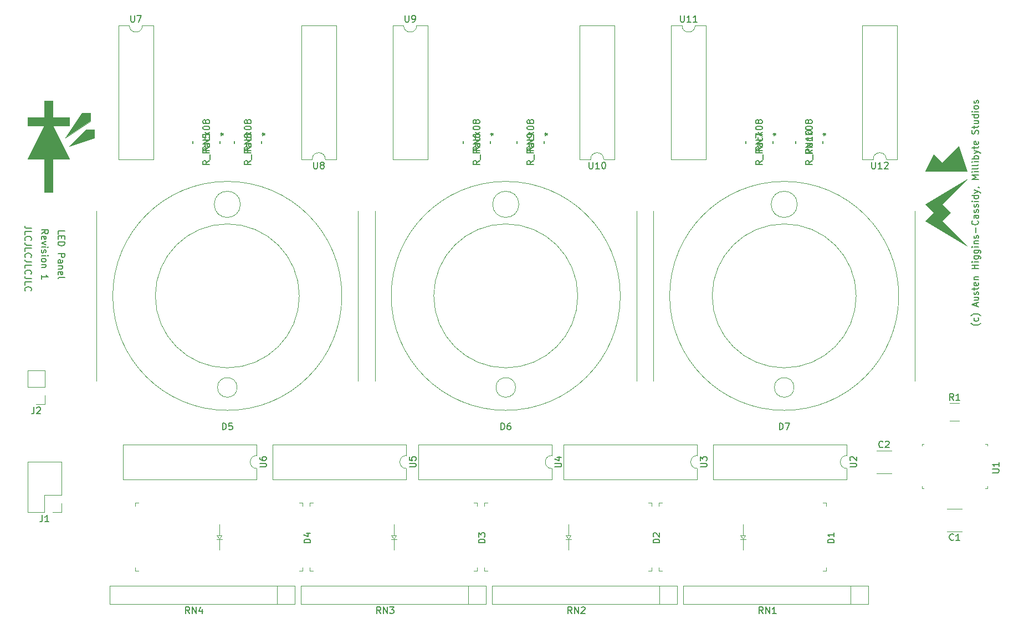
<source format=gbr>
%TF.GenerationSoftware,KiCad,Pcbnew,(5.1.8)-1*%
%TF.CreationDate,2021-01-13T10:35:39-05:00*%
%TF.ProjectId,LED_Panel,4c45445f-5061-46e6-956c-2e6b69636164,rev?*%
%TF.SameCoordinates,Original*%
%TF.FileFunction,Legend,Top*%
%TF.FilePolarity,Positive*%
%FSLAX46Y46*%
G04 Gerber Fmt 4.6, Leading zero omitted, Abs format (unit mm)*
G04 Created by KiCad (PCBNEW (5.1.8)-1) date 2021-01-13 10:35:39*
%MOMM*%
%LPD*%
G01*
G04 APERTURE LIST*
%ADD10C,0.100000*%
%ADD11C,0.150000*%
%ADD12C,0.120000*%
%ADD13C,0.152400*%
G04 APERTURE END LIST*
D10*
G36*
X145415000Y-30480000D02*
G01*
X141605000Y-33020000D01*
X144145000Y-29210000D01*
X145415000Y-29210000D01*
X145415000Y-30480000D01*
G37*
X145415000Y-30480000D02*
X141605000Y-33020000D01*
X144145000Y-29210000D01*
X145415000Y-29210000D01*
X145415000Y-30480000D01*
G36*
X146050000Y-33020000D02*
G01*
X142240000Y-34290000D01*
X144780000Y-31750000D01*
X146050000Y-31750000D01*
X146050000Y-33020000D01*
G37*
X146050000Y-33020000D02*
X142240000Y-34290000D01*
X144780000Y-31750000D01*
X146050000Y-31750000D01*
X146050000Y-33020000D01*
G36*
X139700000Y-29845000D02*
G01*
X142240000Y-29845000D01*
X142240000Y-31115000D01*
X139700000Y-31115000D01*
X142240000Y-36195000D01*
X139700000Y-36195000D01*
X139700000Y-41275000D01*
X138430000Y-41275000D01*
X138430000Y-36195000D01*
X135890000Y-36195000D01*
X138430000Y-31115000D01*
X135890000Y-31115000D01*
X135890000Y-29845000D01*
X138430000Y-29845000D01*
X138430000Y-27305000D01*
X139700000Y-27305000D01*
X139700000Y-29845000D01*
G37*
X139700000Y-29845000D02*
X142240000Y-29845000D01*
X142240000Y-31115000D01*
X139700000Y-31115000D01*
X142240000Y-36195000D01*
X139700000Y-36195000D01*
X139700000Y-41275000D01*
X138430000Y-41275000D01*
X138430000Y-36195000D01*
X135890000Y-36195000D01*
X138430000Y-31115000D01*
X135890000Y-31115000D01*
X135890000Y-29845000D01*
X138430000Y-29845000D01*
X138430000Y-27305000D01*
X139700000Y-27305000D01*
X139700000Y-29845000D01*
G36*
X279400000Y-38100000D02*
G01*
X273050000Y-38100000D01*
X274320000Y-35560000D01*
X275590000Y-36830000D01*
X278130000Y-34290000D01*
X279400000Y-38100000D01*
G37*
X279400000Y-38100000D02*
X273050000Y-38100000D01*
X274320000Y-35560000D01*
X275590000Y-36830000D01*
X278130000Y-34290000D01*
X279400000Y-38100000D01*
G36*
X275590000Y-43180000D02*
G01*
X276860000Y-44450000D01*
X275590000Y-45720000D01*
X279400000Y-49530000D01*
X273050000Y-45720000D01*
X274320000Y-44450000D01*
X273050000Y-43180000D01*
X279400000Y-39370000D01*
X275590000Y-43180000D01*
G37*
X275590000Y-43180000D02*
X276860000Y-44450000D01*
X275590000Y-45720000D01*
X279400000Y-49530000D01*
X273050000Y-45720000D01*
X274320000Y-44450000D01*
X273050000Y-43180000D01*
X279400000Y-39370000D01*
X275590000Y-43180000D01*
D11*
X281503333Y-61330952D02*
X281455714Y-61378571D01*
X281312857Y-61473809D01*
X281217619Y-61521428D01*
X281074761Y-61569047D01*
X280836666Y-61616666D01*
X280646190Y-61616666D01*
X280408095Y-61569047D01*
X280265238Y-61521428D01*
X280170000Y-61473809D01*
X280027142Y-61378571D01*
X279979523Y-61330952D01*
X281074761Y-60521428D02*
X281122380Y-60616666D01*
X281122380Y-60807142D01*
X281074761Y-60902380D01*
X281027142Y-60950000D01*
X280931904Y-60997619D01*
X280646190Y-60997619D01*
X280550952Y-60950000D01*
X280503333Y-60902380D01*
X280455714Y-60807142D01*
X280455714Y-60616666D01*
X280503333Y-60521428D01*
X281503333Y-60188095D02*
X281455714Y-60140476D01*
X281312857Y-60045238D01*
X281217619Y-59997619D01*
X281074761Y-59950000D01*
X280836666Y-59902380D01*
X280646190Y-59902380D01*
X280408095Y-59950000D01*
X280265238Y-59997619D01*
X280170000Y-60045238D01*
X280027142Y-60140476D01*
X279979523Y-60188095D01*
X280836666Y-58711904D02*
X280836666Y-58235714D01*
X281122380Y-58807142D02*
X280122380Y-58473809D01*
X281122380Y-58140476D01*
X280455714Y-57378571D02*
X281122380Y-57378571D01*
X280455714Y-57807142D02*
X280979523Y-57807142D01*
X281074761Y-57759523D01*
X281122380Y-57664285D01*
X281122380Y-57521428D01*
X281074761Y-57426190D01*
X281027142Y-57378571D01*
X281074761Y-56950000D02*
X281122380Y-56854761D01*
X281122380Y-56664285D01*
X281074761Y-56569047D01*
X280979523Y-56521428D01*
X280931904Y-56521428D01*
X280836666Y-56569047D01*
X280789047Y-56664285D01*
X280789047Y-56807142D01*
X280741428Y-56902380D01*
X280646190Y-56950000D01*
X280598571Y-56950000D01*
X280503333Y-56902380D01*
X280455714Y-56807142D01*
X280455714Y-56664285D01*
X280503333Y-56569047D01*
X280455714Y-56235714D02*
X280455714Y-55854761D01*
X280122380Y-56092857D02*
X280979523Y-56092857D01*
X281074761Y-56045238D01*
X281122380Y-55950000D01*
X281122380Y-55854761D01*
X281074761Y-55140476D02*
X281122380Y-55235714D01*
X281122380Y-55426190D01*
X281074761Y-55521428D01*
X280979523Y-55569047D01*
X280598571Y-55569047D01*
X280503333Y-55521428D01*
X280455714Y-55426190D01*
X280455714Y-55235714D01*
X280503333Y-55140476D01*
X280598571Y-55092857D01*
X280693809Y-55092857D01*
X280789047Y-55569047D01*
X280455714Y-54664285D02*
X281122380Y-54664285D01*
X280550952Y-54664285D02*
X280503333Y-54616666D01*
X280455714Y-54521428D01*
X280455714Y-54378571D01*
X280503333Y-54283333D01*
X280598571Y-54235714D01*
X281122380Y-54235714D01*
X281122380Y-52997619D02*
X280122380Y-52997619D01*
X280598571Y-52997619D02*
X280598571Y-52426190D01*
X281122380Y-52426190D02*
X280122380Y-52426190D01*
X281122380Y-51950000D02*
X280455714Y-51950000D01*
X280122380Y-51950000D02*
X280170000Y-51997619D01*
X280217619Y-51950000D01*
X280170000Y-51902380D01*
X280122380Y-51950000D01*
X280217619Y-51950000D01*
X280455714Y-51045238D02*
X281265238Y-51045238D01*
X281360476Y-51092857D01*
X281408095Y-51140476D01*
X281455714Y-51235714D01*
X281455714Y-51378571D01*
X281408095Y-51473809D01*
X281074761Y-51045238D02*
X281122380Y-51140476D01*
X281122380Y-51330952D01*
X281074761Y-51426190D01*
X281027142Y-51473809D01*
X280931904Y-51521428D01*
X280646190Y-51521428D01*
X280550952Y-51473809D01*
X280503333Y-51426190D01*
X280455714Y-51330952D01*
X280455714Y-51140476D01*
X280503333Y-51045238D01*
X280455714Y-50140476D02*
X281265238Y-50140476D01*
X281360476Y-50188095D01*
X281408095Y-50235714D01*
X281455714Y-50330952D01*
X281455714Y-50473809D01*
X281408095Y-50569047D01*
X281074761Y-50140476D02*
X281122380Y-50235714D01*
X281122380Y-50426190D01*
X281074761Y-50521428D01*
X281027142Y-50569047D01*
X280931904Y-50616666D01*
X280646190Y-50616666D01*
X280550952Y-50569047D01*
X280503333Y-50521428D01*
X280455714Y-50426190D01*
X280455714Y-50235714D01*
X280503333Y-50140476D01*
X281122380Y-49664285D02*
X280455714Y-49664285D01*
X280122380Y-49664285D02*
X280170000Y-49711904D01*
X280217619Y-49664285D01*
X280170000Y-49616666D01*
X280122380Y-49664285D01*
X280217619Y-49664285D01*
X280455714Y-49188095D02*
X281122380Y-49188095D01*
X280550952Y-49188095D02*
X280503333Y-49140476D01*
X280455714Y-49045238D01*
X280455714Y-48902380D01*
X280503333Y-48807142D01*
X280598571Y-48759523D01*
X281122380Y-48759523D01*
X281074761Y-48330952D02*
X281122380Y-48235714D01*
X281122380Y-48045238D01*
X281074761Y-47950000D01*
X280979523Y-47902380D01*
X280931904Y-47902380D01*
X280836666Y-47950000D01*
X280789047Y-48045238D01*
X280789047Y-48188095D01*
X280741428Y-48283333D01*
X280646190Y-48330952D01*
X280598571Y-48330952D01*
X280503333Y-48283333D01*
X280455714Y-48188095D01*
X280455714Y-48045238D01*
X280503333Y-47950000D01*
X280741428Y-47473809D02*
X280741428Y-46711904D01*
X281027142Y-45664285D02*
X281074761Y-45711904D01*
X281122380Y-45854761D01*
X281122380Y-45950000D01*
X281074761Y-46092857D01*
X280979523Y-46188095D01*
X280884285Y-46235714D01*
X280693809Y-46283333D01*
X280550952Y-46283333D01*
X280360476Y-46235714D01*
X280265238Y-46188095D01*
X280170000Y-46092857D01*
X280122380Y-45950000D01*
X280122380Y-45854761D01*
X280170000Y-45711904D01*
X280217619Y-45664285D01*
X281122380Y-44807142D02*
X280598571Y-44807142D01*
X280503333Y-44854761D01*
X280455714Y-44950000D01*
X280455714Y-45140476D01*
X280503333Y-45235714D01*
X281074761Y-44807142D02*
X281122380Y-44902380D01*
X281122380Y-45140476D01*
X281074761Y-45235714D01*
X280979523Y-45283333D01*
X280884285Y-45283333D01*
X280789047Y-45235714D01*
X280741428Y-45140476D01*
X280741428Y-44902380D01*
X280693809Y-44807142D01*
X281074761Y-44378571D02*
X281122380Y-44283333D01*
X281122380Y-44092857D01*
X281074761Y-43997619D01*
X280979523Y-43950000D01*
X280931904Y-43950000D01*
X280836666Y-43997619D01*
X280789047Y-44092857D01*
X280789047Y-44235714D01*
X280741428Y-44330952D01*
X280646190Y-44378571D01*
X280598571Y-44378571D01*
X280503333Y-44330952D01*
X280455714Y-44235714D01*
X280455714Y-44092857D01*
X280503333Y-43997619D01*
X281074761Y-43569047D02*
X281122380Y-43473809D01*
X281122380Y-43283333D01*
X281074761Y-43188095D01*
X280979523Y-43140476D01*
X280931904Y-43140476D01*
X280836666Y-43188095D01*
X280789047Y-43283333D01*
X280789047Y-43426190D01*
X280741428Y-43521428D01*
X280646190Y-43569047D01*
X280598571Y-43569047D01*
X280503333Y-43521428D01*
X280455714Y-43426190D01*
X280455714Y-43283333D01*
X280503333Y-43188095D01*
X281122380Y-42711904D02*
X280455714Y-42711904D01*
X280122380Y-42711904D02*
X280170000Y-42759523D01*
X280217619Y-42711904D01*
X280170000Y-42664285D01*
X280122380Y-42711904D01*
X280217619Y-42711904D01*
X281122380Y-41807142D02*
X280122380Y-41807142D01*
X281074761Y-41807142D02*
X281122380Y-41902380D01*
X281122380Y-42092857D01*
X281074761Y-42188095D01*
X281027142Y-42235714D01*
X280931904Y-42283333D01*
X280646190Y-42283333D01*
X280550952Y-42235714D01*
X280503333Y-42188095D01*
X280455714Y-42092857D01*
X280455714Y-41902380D01*
X280503333Y-41807142D01*
X280455714Y-41426190D02*
X281122380Y-41188095D01*
X280455714Y-40950000D02*
X281122380Y-41188095D01*
X281360476Y-41283333D01*
X281408095Y-41330952D01*
X281455714Y-41426190D01*
X281074761Y-40521428D02*
X281122380Y-40521428D01*
X281217619Y-40569047D01*
X281265238Y-40616666D01*
X281122380Y-39330952D02*
X280122380Y-39330952D01*
X280836666Y-38997619D01*
X280122380Y-38664285D01*
X281122380Y-38664285D01*
X281122380Y-38188095D02*
X280455714Y-38188095D01*
X280122380Y-38188095D02*
X280170000Y-38235714D01*
X280217619Y-38188095D01*
X280170000Y-38140476D01*
X280122380Y-38188095D01*
X280217619Y-38188095D01*
X281122380Y-37569047D02*
X281074761Y-37664285D01*
X280979523Y-37711904D01*
X280122380Y-37711904D01*
X281122380Y-37045238D02*
X281074761Y-37140476D01*
X280979523Y-37188095D01*
X280122380Y-37188095D01*
X281122380Y-36664285D02*
X280455714Y-36664285D01*
X280122380Y-36664285D02*
X280170000Y-36711904D01*
X280217619Y-36664285D01*
X280170000Y-36616666D01*
X280122380Y-36664285D01*
X280217619Y-36664285D01*
X281122380Y-36188095D02*
X280122380Y-36188095D01*
X280503333Y-36188095D02*
X280455714Y-36092857D01*
X280455714Y-35902380D01*
X280503333Y-35807142D01*
X280550952Y-35759523D01*
X280646190Y-35711904D01*
X280931904Y-35711904D01*
X281027142Y-35759523D01*
X281074761Y-35807142D01*
X281122380Y-35902380D01*
X281122380Y-36092857D01*
X281074761Y-36188095D01*
X280455714Y-35378571D02*
X281122380Y-35140476D01*
X280455714Y-34902380D02*
X281122380Y-35140476D01*
X281360476Y-35235714D01*
X281408095Y-35283333D01*
X281455714Y-35378571D01*
X280455714Y-34664285D02*
X280455714Y-34283333D01*
X280122380Y-34521428D02*
X280979523Y-34521428D01*
X281074761Y-34473809D01*
X281122380Y-34378571D01*
X281122380Y-34283333D01*
X281074761Y-33569047D02*
X281122380Y-33664285D01*
X281122380Y-33854761D01*
X281074761Y-33950000D01*
X280979523Y-33997619D01*
X280598571Y-33997619D01*
X280503333Y-33950000D01*
X280455714Y-33854761D01*
X280455714Y-33664285D01*
X280503333Y-33569047D01*
X280598571Y-33521428D01*
X280693809Y-33521428D01*
X280789047Y-33997619D01*
X281074761Y-32378571D02*
X281122380Y-32235714D01*
X281122380Y-31997619D01*
X281074761Y-31902380D01*
X281027142Y-31854761D01*
X280931904Y-31807142D01*
X280836666Y-31807142D01*
X280741428Y-31854761D01*
X280693809Y-31902380D01*
X280646190Y-31997619D01*
X280598571Y-32188095D01*
X280550952Y-32283333D01*
X280503333Y-32330952D01*
X280408095Y-32378571D01*
X280312857Y-32378571D01*
X280217619Y-32330952D01*
X280170000Y-32283333D01*
X280122380Y-32188095D01*
X280122380Y-31950000D01*
X280170000Y-31807142D01*
X280455714Y-31521428D02*
X280455714Y-31140476D01*
X280122380Y-31378571D02*
X280979523Y-31378571D01*
X281074761Y-31330952D01*
X281122380Y-31235714D01*
X281122380Y-31140476D01*
X280455714Y-30378571D02*
X281122380Y-30378571D01*
X280455714Y-30807142D02*
X280979523Y-30807142D01*
X281074761Y-30759523D01*
X281122380Y-30664285D01*
X281122380Y-30521428D01*
X281074761Y-30426190D01*
X281027142Y-30378571D01*
X281122380Y-29473809D02*
X280122380Y-29473809D01*
X281074761Y-29473809D02*
X281122380Y-29569047D01*
X281122380Y-29759523D01*
X281074761Y-29854761D01*
X281027142Y-29902380D01*
X280931904Y-29950000D01*
X280646190Y-29950000D01*
X280550952Y-29902380D01*
X280503333Y-29854761D01*
X280455714Y-29759523D01*
X280455714Y-29569047D01*
X280503333Y-29473809D01*
X281122380Y-28997619D02*
X280455714Y-28997619D01*
X280122380Y-28997619D02*
X280170000Y-29045238D01*
X280217619Y-28997619D01*
X280170000Y-28950000D01*
X280122380Y-28997619D01*
X280217619Y-28997619D01*
X281122380Y-28378571D02*
X281074761Y-28473809D01*
X281027142Y-28521428D01*
X280931904Y-28569047D01*
X280646190Y-28569047D01*
X280550952Y-28521428D01*
X280503333Y-28473809D01*
X280455714Y-28378571D01*
X280455714Y-28235714D01*
X280503333Y-28140476D01*
X280550952Y-28092857D01*
X280646190Y-28045238D01*
X280931904Y-28045238D01*
X281027142Y-28092857D01*
X281074761Y-28140476D01*
X281122380Y-28235714D01*
X281122380Y-28378571D01*
X281074761Y-27664285D02*
X281122380Y-27569047D01*
X281122380Y-27378571D01*
X281074761Y-27283333D01*
X280979523Y-27235714D01*
X280931904Y-27235714D01*
X280836666Y-27283333D01*
X280789047Y-27378571D01*
X280789047Y-27521428D01*
X280741428Y-27616666D01*
X280646190Y-27664285D01*
X280598571Y-27664285D01*
X280503333Y-27616666D01*
X280455714Y-27521428D01*
X280455714Y-27378571D01*
X280503333Y-27283333D01*
X137977619Y-47657142D02*
X138453809Y-47323809D01*
X137977619Y-47085714D02*
X138977619Y-47085714D01*
X138977619Y-47466666D01*
X138930000Y-47561904D01*
X138882380Y-47609523D01*
X138787142Y-47657142D01*
X138644285Y-47657142D01*
X138549047Y-47609523D01*
X138501428Y-47561904D01*
X138453809Y-47466666D01*
X138453809Y-47085714D01*
X138025238Y-48466666D02*
X137977619Y-48371428D01*
X137977619Y-48180952D01*
X138025238Y-48085714D01*
X138120476Y-48038095D01*
X138501428Y-48038095D01*
X138596666Y-48085714D01*
X138644285Y-48180952D01*
X138644285Y-48371428D01*
X138596666Y-48466666D01*
X138501428Y-48514285D01*
X138406190Y-48514285D01*
X138310952Y-48038095D01*
X138644285Y-48847619D02*
X137977619Y-49085714D01*
X138644285Y-49323809D01*
X137977619Y-49704761D02*
X138644285Y-49704761D01*
X138977619Y-49704761D02*
X138930000Y-49657142D01*
X138882380Y-49704761D01*
X138930000Y-49752380D01*
X138977619Y-49704761D01*
X138882380Y-49704761D01*
X138025238Y-50133333D02*
X137977619Y-50228571D01*
X137977619Y-50419047D01*
X138025238Y-50514285D01*
X138120476Y-50561904D01*
X138168095Y-50561904D01*
X138263333Y-50514285D01*
X138310952Y-50419047D01*
X138310952Y-50276190D01*
X138358571Y-50180952D01*
X138453809Y-50133333D01*
X138501428Y-50133333D01*
X138596666Y-50180952D01*
X138644285Y-50276190D01*
X138644285Y-50419047D01*
X138596666Y-50514285D01*
X137977619Y-50990476D02*
X138644285Y-50990476D01*
X138977619Y-50990476D02*
X138930000Y-50942857D01*
X138882380Y-50990476D01*
X138930000Y-51038095D01*
X138977619Y-50990476D01*
X138882380Y-50990476D01*
X137977619Y-51609523D02*
X138025238Y-51514285D01*
X138072857Y-51466666D01*
X138168095Y-51419047D01*
X138453809Y-51419047D01*
X138549047Y-51466666D01*
X138596666Y-51514285D01*
X138644285Y-51609523D01*
X138644285Y-51752380D01*
X138596666Y-51847619D01*
X138549047Y-51895238D01*
X138453809Y-51942857D01*
X138168095Y-51942857D01*
X138072857Y-51895238D01*
X138025238Y-51847619D01*
X137977619Y-51752380D01*
X137977619Y-51609523D01*
X138644285Y-52371428D02*
X137977619Y-52371428D01*
X138549047Y-52371428D02*
X138596666Y-52419047D01*
X138644285Y-52514285D01*
X138644285Y-52657142D01*
X138596666Y-52752380D01*
X138501428Y-52800000D01*
X137977619Y-52800000D01*
X137977619Y-54561904D02*
X137977619Y-53990476D01*
X137977619Y-54276190D02*
X138977619Y-54276190D01*
X138834761Y-54180952D01*
X138739523Y-54085714D01*
X138691904Y-53990476D01*
X136437619Y-46815952D02*
X135723333Y-46815952D01*
X135580476Y-46768333D01*
X135485238Y-46673095D01*
X135437619Y-46530238D01*
X135437619Y-46435000D01*
X135437619Y-47768333D02*
X135437619Y-47292142D01*
X136437619Y-47292142D01*
X135532857Y-48673095D02*
X135485238Y-48625476D01*
X135437619Y-48482619D01*
X135437619Y-48387380D01*
X135485238Y-48244523D01*
X135580476Y-48149285D01*
X135675714Y-48101666D01*
X135866190Y-48054047D01*
X136009047Y-48054047D01*
X136199523Y-48101666D01*
X136294761Y-48149285D01*
X136390000Y-48244523D01*
X136437619Y-48387380D01*
X136437619Y-48482619D01*
X136390000Y-48625476D01*
X136342380Y-48673095D01*
X136437619Y-49387380D02*
X135723333Y-49387380D01*
X135580476Y-49339761D01*
X135485238Y-49244523D01*
X135437619Y-49101666D01*
X135437619Y-49006428D01*
X135437619Y-50339761D02*
X135437619Y-49863571D01*
X136437619Y-49863571D01*
X135532857Y-51244523D02*
X135485238Y-51196904D01*
X135437619Y-51054047D01*
X135437619Y-50958809D01*
X135485238Y-50815952D01*
X135580476Y-50720714D01*
X135675714Y-50673095D01*
X135866190Y-50625476D01*
X136009047Y-50625476D01*
X136199523Y-50673095D01*
X136294761Y-50720714D01*
X136390000Y-50815952D01*
X136437619Y-50958809D01*
X136437619Y-51054047D01*
X136390000Y-51196904D01*
X136342380Y-51244523D01*
X136437619Y-51958809D02*
X135723333Y-51958809D01*
X135580476Y-51911190D01*
X135485238Y-51815952D01*
X135437619Y-51673095D01*
X135437619Y-51577857D01*
X135437619Y-52911190D02*
X135437619Y-52435000D01*
X136437619Y-52435000D01*
X135532857Y-53815952D02*
X135485238Y-53768333D01*
X135437619Y-53625476D01*
X135437619Y-53530238D01*
X135485238Y-53387380D01*
X135580476Y-53292142D01*
X135675714Y-53244523D01*
X135866190Y-53196904D01*
X136009047Y-53196904D01*
X136199523Y-53244523D01*
X136294761Y-53292142D01*
X136390000Y-53387380D01*
X136437619Y-53530238D01*
X136437619Y-53625476D01*
X136390000Y-53768333D01*
X136342380Y-53815952D01*
X136437619Y-54530238D02*
X135723333Y-54530238D01*
X135580476Y-54482619D01*
X135485238Y-54387380D01*
X135437619Y-54244523D01*
X135437619Y-54149285D01*
X135437619Y-55482619D02*
X135437619Y-55006428D01*
X136437619Y-55006428D01*
X135532857Y-56387380D02*
X135485238Y-56339761D01*
X135437619Y-56196904D01*
X135437619Y-56101666D01*
X135485238Y-55958809D01*
X135580476Y-55863571D01*
X135675714Y-55815952D01*
X135866190Y-55768333D01*
X136009047Y-55768333D01*
X136199523Y-55815952D01*
X136294761Y-55863571D01*
X136390000Y-55958809D01*
X136437619Y-56101666D01*
X136437619Y-56196904D01*
X136390000Y-56339761D01*
X136342380Y-56387380D01*
X140517619Y-47680952D02*
X140517619Y-47204761D01*
X141517619Y-47204761D01*
X141041428Y-48014285D02*
X141041428Y-48347619D01*
X140517619Y-48490476D02*
X140517619Y-48014285D01*
X141517619Y-48014285D01*
X141517619Y-48490476D01*
X140517619Y-48919047D02*
X141517619Y-48919047D01*
X141517619Y-49157142D01*
X141470000Y-49300000D01*
X141374761Y-49395238D01*
X141279523Y-49442857D01*
X141089047Y-49490476D01*
X140946190Y-49490476D01*
X140755714Y-49442857D01*
X140660476Y-49395238D01*
X140565238Y-49300000D01*
X140517619Y-49157142D01*
X140517619Y-48919047D01*
X140517619Y-50680952D02*
X141517619Y-50680952D01*
X141517619Y-51061904D01*
X141470000Y-51157142D01*
X141422380Y-51204761D01*
X141327142Y-51252380D01*
X141184285Y-51252380D01*
X141089047Y-51204761D01*
X141041428Y-51157142D01*
X140993809Y-51061904D01*
X140993809Y-50680952D01*
X140517619Y-52109523D02*
X141041428Y-52109523D01*
X141136666Y-52061904D01*
X141184285Y-51966666D01*
X141184285Y-51776190D01*
X141136666Y-51680952D01*
X140565238Y-52109523D02*
X140517619Y-52014285D01*
X140517619Y-51776190D01*
X140565238Y-51680952D01*
X140660476Y-51633333D01*
X140755714Y-51633333D01*
X140850952Y-51680952D01*
X140898571Y-51776190D01*
X140898571Y-52014285D01*
X140946190Y-52109523D01*
X141184285Y-52585714D02*
X140517619Y-52585714D01*
X141089047Y-52585714D02*
X141136666Y-52633333D01*
X141184285Y-52728571D01*
X141184285Y-52871428D01*
X141136666Y-52966666D01*
X141041428Y-53014285D01*
X140517619Y-53014285D01*
X140565238Y-53871428D02*
X140517619Y-53776190D01*
X140517619Y-53585714D01*
X140565238Y-53490476D01*
X140660476Y-53442857D01*
X141041428Y-53442857D01*
X141136666Y-53490476D01*
X141184285Y-53585714D01*
X141184285Y-53776190D01*
X141136666Y-53871428D01*
X141041428Y-53919047D01*
X140946190Y-53919047D01*
X140850952Y-53442857D01*
X140517619Y-54490476D02*
X140565238Y-54395238D01*
X140660476Y-54347619D01*
X141517619Y-54347619D01*
D12*
%TO.C,U8*%
X177690000Y-36255000D02*
X179340000Y-36255000D01*
X177690000Y-15815000D02*
X177690000Y-36255000D01*
X182990000Y-15815000D02*
X177690000Y-15815000D01*
X182990000Y-36255000D02*
X182990000Y-15815000D01*
X181340000Y-36255000D02*
X182990000Y-36255000D01*
X179340000Y-36255000D02*
G75*
G02*
X181340000Y-36255000I1000000J0D01*
G01*
%TO.C,C1*%
X278656252Y-93150000D02*
X276333748Y-93150000D01*
X278656252Y-89730000D02*
X276333748Y-89730000D01*
%TO.C,C2*%
X265538748Y-84260000D02*
X267861252Y-84260000D01*
X265538748Y-80840000D02*
X267861252Y-80840000D01*
D10*
%TO.C,D1*%
X245140000Y-93770000D02*
X245540000Y-93770000D01*
X245140000Y-92070000D02*
X245140000Y-93770000D01*
X245140000Y-93770000D02*
X244740000Y-93770000D01*
X245140000Y-94270000D02*
X244740000Y-93770000D01*
X245540000Y-93770000D02*
X245140000Y-94270000D01*
X245640000Y-94370000D02*
X244740000Y-94370000D01*
X245140000Y-94470000D02*
X245140000Y-95970000D01*
X257840000Y-99170000D02*
X257840000Y-98670000D01*
X257840000Y-99170000D02*
X257340000Y-99170000D01*
X257840000Y-88770000D02*
X257840000Y-89270000D01*
X257840000Y-88770000D02*
X257340000Y-88770000D01*
X232340000Y-99170000D02*
X232840000Y-99170000D01*
X232340000Y-99170000D02*
X232340000Y-98670000D01*
X232340000Y-88770000D02*
X232340000Y-89270000D01*
X232340000Y-88770000D02*
X232840000Y-88770000D01*
%TO.C,D3*%
X179000000Y-88770000D02*
X179500000Y-88770000D01*
X179000000Y-88770000D02*
X179000000Y-89270000D01*
X179000000Y-99170000D02*
X179000000Y-98670000D01*
X179000000Y-99170000D02*
X179500000Y-99170000D01*
X204500000Y-88770000D02*
X204000000Y-88770000D01*
X204500000Y-88770000D02*
X204500000Y-89270000D01*
X204500000Y-99170000D02*
X204000000Y-99170000D01*
X204500000Y-99170000D02*
X204500000Y-98670000D01*
X191800000Y-94470000D02*
X191800000Y-95970000D01*
X192300000Y-94370000D02*
X191400000Y-94370000D01*
X192200000Y-93770000D02*
X191800000Y-94270000D01*
X191800000Y-94270000D02*
X191400000Y-93770000D01*
X191800000Y-93770000D02*
X191400000Y-93770000D01*
X191800000Y-92070000D02*
X191800000Y-93770000D01*
X191800000Y-93770000D02*
X192200000Y-93770000D01*
D12*
%TO.C,D6*%
X188915000Y-70150000D02*
X188915000Y-57150000D01*
X228915000Y-44150000D02*
X228915000Y-70150000D01*
X188915000Y-57150000D02*
X188915000Y-44150000D01*
X226415000Y-57150000D02*
G75*
G03*
X226415000Y-57150000I-17500000J0D01*
G01*
X219915000Y-57150000D02*
G75*
G03*
X219915000Y-57150000I-11000000J0D01*
G01*
X210415000Y-71150000D02*
G75*
G03*
X210415000Y-71150000I-1500000J0D01*
G01*
X210915000Y-43150000D02*
G75*
G03*
X210915000Y-43150000I-2000000J0D01*
G01*
%TO.C,J1*%
X141030000Y-82490000D02*
X135830000Y-82490000D01*
X141030000Y-87630000D02*
X141030000Y-82490000D01*
X135830000Y-90230000D02*
X135830000Y-82490000D01*
X141030000Y-87630000D02*
X138430000Y-87630000D01*
X138430000Y-87630000D02*
X138430000Y-90230000D01*
X138430000Y-90230000D02*
X135830000Y-90230000D01*
X141030000Y-88900000D02*
X141030000Y-90230000D01*
X141030000Y-90230000D02*
X139700000Y-90230000D01*
%TO.C,J2*%
X138490000Y-68520000D02*
X135830000Y-68520000D01*
X138490000Y-71120000D02*
X138490000Y-68520000D01*
X135830000Y-71120000D02*
X135830000Y-68520000D01*
X138490000Y-71120000D02*
X135830000Y-71120000D01*
X138490000Y-72390000D02*
X138490000Y-73720000D01*
X138490000Y-73720000D02*
X137160000Y-73720000D01*
%TO.C,R1*%
X276771263Y-73575000D02*
X278218737Y-73575000D01*
X276771263Y-76285000D02*
X278218737Y-76285000D01*
%TO.C,RN1*%
X264330000Y-104270000D02*
X264330000Y-101470000D01*
X264330000Y-101470000D02*
X236050000Y-101470000D01*
X236050000Y-101470000D02*
X236050000Y-104270000D01*
X236050000Y-104270000D02*
X264330000Y-104270000D01*
X261620000Y-104270000D02*
X261620000Y-101470000D01*
%TO.C,RN4*%
X173990000Y-104270000D02*
X173990000Y-101470000D01*
X148420000Y-104270000D02*
X176700000Y-104270000D01*
X148420000Y-101470000D02*
X148420000Y-104270000D01*
X176700000Y-101470000D02*
X148420000Y-101470000D01*
X176700000Y-104270000D02*
X176700000Y-101470000D01*
D13*
%TO.C,RN5*%
X165277800Y-33467040D02*
X165277800Y-33842960D01*
X161112200Y-33467040D02*
X161112200Y-33842960D01*
%TO.C,RN6*%
X202387200Y-33467040D02*
X202387200Y-33842960D01*
X206552800Y-33467040D02*
X206552800Y-33842960D01*
%TO.C,RN8*%
X171627800Y-33467040D02*
X171627800Y-33842960D01*
X167462200Y-33467040D02*
X167462200Y-33842960D01*
%TO.C,RN9*%
X210642200Y-33467040D02*
X210642200Y-33842960D01*
X214807800Y-33467040D02*
X214807800Y-33842960D01*
D12*
%TO.C,U2*%
X261045000Y-81550000D02*
X261045000Y-79900000D01*
X261045000Y-79900000D02*
X240605000Y-79900000D01*
X240605000Y-79900000D02*
X240605000Y-85200000D01*
X240605000Y-85200000D02*
X261045000Y-85200000D01*
X261045000Y-85200000D02*
X261045000Y-83550000D01*
X261045000Y-83550000D02*
G75*
G02*
X261045000Y-81550000I0J1000000D01*
G01*
%TO.C,U3*%
X238185000Y-81550000D02*
X238185000Y-79900000D01*
X238185000Y-79900000D02*
X217745000Y-79900000D01*
X217745000Y-79900000D02*
X217745000Y-85200000D01*
X217745000Y-85200000D02*
X238185000Y-85200000D01*
X238185000Y-85200000D02*
X238185000Y-83550000D01*
X238185000Y-83550000D02*
G75*
G02*
X238185000Y-81550000I0J1000000D01*
G01*
%TO.C,U5*%
X193735000Y-85200000D02*
X193735000Y-83550000D01*
X173295000Y-85200000D02*
X193735000Y-85200000D01*
X173295000Y-79900000D02*
X173295000Y-85200000D01*
X193735000Y-79900000D02*
X173295000Y-79900000D01*
X193735000Y-81550000D02*
X193735000Y-79900000D01*
X193735000Y-83550000D02*
G75*
G02*
X193735000Y-81550000I0J1000000D01*
G01*
%TO.C,U6*%
X170875000Y-81550000D02*
X170875000Y-79900000D01*
X170875000Y-79900000D02*
X150435000Y-79900000D01*
X150435000Y-79900000D02*
X150435000Y-85200000D01*
X150435000Y-85200000D02*
X170875000Y-85200000D01*
X170875000Y-85200000D02*
X170875000Y-83550000D01*
X170875000Y-83550000D02*
G75*
G02*
X170875000Y-81550000I0J1000000D01*
G01*
%TO.C,U7*%
X151400000Y-15815000D02*
X149750000Y-15815000D01*
X149750000Y-15815000D02*
X149750000Y-36255000D01*
X149750000Y-36255000D02*
X155050000Y-36255000D01*
X155050000Y-36255000D02*
X155050000Y-15815000D01*
X155050000Y-15815000D02*
X153400000Y-15815000D01*
X153400000Y-15815000D02*
G75*
G02*
X151400000Y-15815000I-1000000J0D01*
G01*
%TO.C,U9*%
X193310000Y-15815000D02*
X191660000Y-15815000D01*
X191660000Y-15815000D02*
X191660000Y-36255000D01*
X191660000Y-36255000D02*
X196960000Y-36255000D01*
X196960000Y-36255000D02*
X196960000Y-15815000D01*
X196960000Y-15815000D02*
X195310000Y-15815000D01*
X195310000Y-15815000D02*
G75*
G02*
X193310000Y-15815000I-1000000J0D01*
G01*
%TO.C,U10*%
X223885000Y-36255000D02*
X225535000Y-36255000D01*
X225535000Y-36255000D02*
X225535000Y-15815000D01*
X225535000Y-15815000D02*
X220235000Y-15815000D01*
X220235000Y-15815000D02*
X220235000Y-36255000D01*
X220235000Y-36255000D02*
X221885000Y-36255000D01*
X221885000Y-36255000D02*
G75*
G02*
X223885000Y-36255000I1000000J0D01*
G01*
%TO.C,U11*%
X239505000Y-15815000D02*
X237855000Y-15815000D01*
X239505000Y-36255000D02*
X239505000Y-15815000D01*
X234205000Y-36255000D02*
X239505000Y-36255000D01*
X234205000Y-15815000D02*
X234205000Y-36255000D01*
X235855000Y-15815000D02*
X234205000Y-15815000D01*
X237855000Y-15815000D02*
G75*
G02*
X235855000Y-15815000I-1000000J0D01*
G01*
%TO.C,U12*%
X263415000Y-36255000D02*
X265065000Y-36255000D01*
X263415000Y-15815000D02*
X263415000Y-36255000D01*
X268715000Y-15815000D02*
X263415000Y-15815000D01*
X268715000Y-36255000D02*
X268715000Y-15815000D01*
X267065000Y-36255000D02*
X268715000Y-36255000D01*
X265065000Y-36255000D02*
G75*
G02*
X267065000Y-36255000I1000000J0D01*
G01*
D10*
%TO.C,D2*%
X218470000Y-93770000D02*
X218870000Y-93770000D01*
X218470000Y-92070000D02*
X218470000Y-93770000D01*
X218470000Y-93770000D02*
X218070000Y-93770000D01*
X218470000Y-94270000D02*
X218070000Y-93770000D01*
X218870000Y-93770000D02*
X218470000Y-94270000D01*
X218970000Y-94370000D02*
X218070000Y-94370000D01*
X218470000Y-94470000D02*
X218470000Y-95970000D01*
X231170000Y-99170000D02*
X231170000Y-98670000D01*
X231170000Y-99170000D02*
X230670000Y-99170000D01*
X231170000Y-88770000D02*
X231170000Y-89270000D01*
X231170000Y-88770000D02*
X230670000Y-88770000D01*
X205670000Y-99170000D02*
X206170000Y-99170000D01*
X205670000Y-99170000D02*
X205670000Y-98670000D01*
X205670000Y-88770000D02*
X205670000Y-89270000D01*
X205670000Y-88770000D02*
X206170000Y-88770000D01*
%TO.C,D4*%
X152330000Y-88770000D02*
X152830000Y-88770000D01*
X152330000Y-88770000D02*
X152330000Y-89270000D01*
X152330000Y-99170000D02*
X152330000Y-98670000D01*
X152330000Y-99170000D02*
X152830000Y-99170000D01*
X177830000Y-88770000D02*
X177330000Y-88770000D01*
X177830000Y-88770000D02*
X177830000Y-89270000D01*
X177830000Y-99170000D02*
X177330000Y-99170000D01*
X177830000Y-99170000D02*
X177830000Y-98670000D01*
X165130000Y-94470000D02*
X165130000Y-95970000D01*
X165630000Y-94370000D02*
X164730000Y-94370000D01*
X165530000Y-93770000D02*
X165130000Y-94270000D01*
X165130000Y-94270000D02*
X164730000Y-93770000D01*
X165130000Y-93770000D02*
X164730000Y-93770000D01*
X165130000Y-92070000D02*
X165130000Y-93770000D01*
X165130000Y-93770000D02*
X165530000Y-93770000D01*
D12*
%TO.C,D5*%
X168370000Y-43150000D02*
G75*
G03*
X168370000Y-43150000I-2000000J0D01*
G01*
X167870000Y-71150000D02*
G75*
G03*
X167870000Y-71150000I-1500000J0D01*
G01*
X177370000Y-57150000D02*
G75*
G03*
X177370000Y-57150000I-11000000J0D01*
G01*
X183870000Y-57150000D02*
G75*
G03*
X183870000Y-57150000I-17500000J0D01*
G01*
X146370000Y-57150000D02*
X146370000Y-44150000D01*
X186370000Y-44150000D02*
X186370000Y-70150000D01*
X146370000Y-70150000D02*
X146370000Y-57150000D01*
%TO.C,D7*%
X231460000Y-70150000D02*
X231460000Y-57150000D01*
X271460000Y-44150000D02*
X271460000Y-70150000D01*
X231460000Y-57150000D02*
X231460000Y-44150000D01*
X268960000Y-57150000D02*
G75*
G03*
X268960000Y-57150000I-17500000J0D01*
G01*
X262460000Y-57150000D02*
G75*
G03*
X262460000Y-57150000I-11000000J0D01*
G01*
X252960000Y-71150000D02*
G75*
G03*
X252960000Y-71150000I-1500000J0D01*
G01*
X253460000Y-43150000D02*
G75*
G03*
X253460000Y-43150000I-2000000J0D01*
G01*
%TO.C,RN2*%
X232410000Y-104270000D02*
X232410000Y-101470000D01*
X206840000Y-104270000D02*
X235120000Y-104270000D01*
X206840000Y-101470000D02*
X206840000Y-104270000D01*
X235120000Y-101470000D02*
X206840000Y-101470000D01*
X235120000Y-104270000D02*
X235120000Y-101470000D01*
%TO.C,RN3*%
X205910000Y-104270000D02*
X205910000Y-101470000D01*
X205910000Y-101470000D02*
X177630000Y-101470000D01*
X177630000Y-101470000D02*
X177630000Y-104270000D01*
X177630000Y-104270000D02*
X205910000Y-104270000D01*
X203200000Y-104270000D02*
X203200000Y-101470000D01*
D13*
%TO.C,RN7*%
X245567200Y-33467040D02*
X245567200Y-33842960D01*
X249732800Y-33467040D02*
X249732800Y-33842960D01*
%TO.C,RN10*%
X257352800Y-33467040D02*
X257352800Y-33842960D01*
X253187200Y-33467040D02*
X253187200Y-33842960D01*
D10*
%TO.C,U1*%
X272505000Y-79775000D02*
X272505000Y-80075000D01*
X272805000Y-79775000D02*
X272505000Y-79775000D01*
X272505000Y-86575000D02*
X272505000Y-86275000D01*
X272805000Y-86575000D02*
X272505000Y-86575000D01*
X282505000Y-86575000D02*
X282505000Y-86275000D01*
X282205000Y-86575000D02*
X282505000Y-86575000D01*
X282505000Y-79775000D02*
X282505000Y-80075000D01*
X282205000Y-79775000D02*
X282505000Y-79775000D01*
D12*
%TO.C,U4*%
X215960000Y-85200000D02*
X215960000Y-83550000D01*
X195520000Y-85200000D02*
X215960000Y-85200000D01*
X195520000Y-79900000D02*
X195520000Y-85200000D01*
X215960000Y-79900000D02*
X195520000Y-79900000D01*
X215960000Y-81550000D02*
X215960000Y-79900000D01*
X215960000Y-83550000D02*
G75*
G02*
X215960000Y-81550000I0J1000000D01*
G01*
%TO.C,U8*%
D11*
X179578095Y-36707380D02*
X179578095Y-37516904D01*
X179625714Y-37612142D01*
X179673333Y-37659761D01*
X179768571Y-37707380D01*
X179959047Y-37707380D01*
X180054285Y-37659761D01*
X180101904Y-37612142D01*
X180149523Y-37516904D01*
X180149523Y-36707380D01*
X180768571Y-37135952D02*
X180673333Y-37088333D01*
X180625714Y-37040714D01*
X180578095Y-36945476D01*
X180578095Y-36897857D01*
X180625714Y-36802619D01*
X180673333Y-36755000D01*
X180768571Y-36707380D01*
X180959047Y-36707380D01*
X181054285Y-36755000D01*
X181101904Y-36802619D01*
X181149523Y-36897857D01*
X181149523Y-36945476D01*
X181101904Y-37040714D01*
X181054285Y-37088333D01*
X180959047Y-37135952D01*
X180768571Y-37135952D01*
X180673333Y-37183571D01*
X180625714Y-37231190D01*
X180578095Y-37326428D01*
X180578095Y-37516904D01*
X180625714Y-37612142D01*
X180673333Y-37659761D01*
X180768571Y-37707380D01*
X180959047Y-37707380D01*
X181054285Y-37659761D01*
X181101904Y-37612142D01*
X181149523Y-37516904D01*
X181149523Y-37326428D01*
X181101904Y-37231190D01*
X181054285Y-37183571D01*
X180959047Y-37135952D01*
%TO.C,C1*%
X277328333Y-94447142D02*
X277280714Y-94494761D01*
X277137857Y-94542380D01*
X277042619Y-94542380D01*
X276899761Y-94494761D01*
X276804523Y-94399523D01*
X276756904Y-94304285D01*
X276709285Y-94113809D01*
X276709285Y-93970952D01*
X276756904Y-93780476D01*
X276804523Y-93685238D01*
X276899761Y-93590000D01*
X277042619Y-93542380D01*
X277137857Y-93542380D01*
X277280714Y-93590000D01*
X277328333Y-93637619D01*
X278280714Y-94542380D02*
X277709285Y-94542380D01*
X277995000Y-94542380D02*
X277995000Y-93542380D01*
X277899761Y-93685238D01*
X277804523Y-93780476D01*
X277709285Y-93828095D01*
%TO.C,C2*%
X266533333Y-80257142D02*
X266485714Y-80304761D01*
X266342857Y-80352380D01*
X266247619Y-80352380D01*
X266104761Y-80304761D01*
X266009523Y-80209523D01*
X265961904Y-80114285D01*
X265914285Y-79923809D01*
X265914285Y-79780952D01*
X265961904Y-79590476D01*
X266009523Y-79495238D01*
X266104761Y-79400000D01*
X266247619Y-79352380D01*
X266342857Y-79352380D01*
X266485714Y-79400000D01*
X266533333Y-79447619D01*
X266914285Y-79447619D02*
X266961904Y-79400000D01*
X267057142Y-79352380D01*
X267295238Y-79352380D01*
X267390476Y-79400000D01*
X267438095Y-79447619D01*
X267485714Y-79542857D01*
X267485714Y-79638095D01*
X267438095Y-79780952D01*
X266866666Y-80352380D01*
X267485714Y-80352380D01*
%TO.C,D1*%
X259092380Y-94908095D02*
X258092380Y-94908095D01*
X258092380Y-94670000D01*
X258140000Y-94527142D01*
X258235238Y-94431904D01*
X258330476Y-94384285D01*
X258520952Y-94336666D01*
X258663809Y-94336666D01*
X258854285Y-94384285D01*
X258949523Y-94431904D01*
X259044761Y-94527142D01*
X259092380Y-94670000D01*
X259092380Y-94908095D01*
X259092380Y-93384285D02*
X259092380Y-93955714D01*
X259092380Y-93670000D02*
X258092380Y-93670000D01*
X258235238Y-93765238D01*
X258330476Y-93860476D01*
X258378095Y-93955714D01*
%TO.C,D3*%
X205752380Y-94908095D02*
X204752380Y-94908095D01*
X204752380Y-94670000D01*
X204800000Y-94527142D01*
X204895238Y-94431904D01*
X204990476Y-94384285D01*
X205180952Y-94336666D01*
X205323809Y-94336666D01*
X205514285Y-94384285D01*
X205609523Y-94431904D01*
X205704761Y-94527142D01*
X205752380Y-94670000D01*
X205752380Y-94908095D01*
X204752380Y-94003333D02*
X204752380Y-93384285D01*
X205133333Y-93717619D01*
X205133333Y-93574761D01*
X205180952Y-93479523D01*
X205228571Y-93431904D01*
X205323809Y-93384285D01*
X205561904Y-93384285D01*
X205657142Y-93431904D01*
X205704761Y-93479523D01*
X205752380Y-93574761D01*
X205752380Y-93860476D01*
X205704761Y-93955714D01*
X205657142Y-94003333D01*
%TO.C,D6*%
X208176904Y-77602380D02*
X208176904Y-76602380D01*
X208415000Y-76602380D01*
X208557857Y-76650000D01*
X208653095Y-76745238D01*
X208700714Y-76840476D01*
X208748333Y-77030952D01*
X208748333Y-77173809D01*
X208700714Y-77364285D01*
X208653095Y-77459523D01*
X208557857Y-77554761D01*
X208415000Y-77602380D01*
X208176904Y-77602380D01*
X209605476Y-76602380D02*
X209415000Y-76602380D01*
X209319761Y-76650000D01*
X209272142Y-76697619D01*
X209176904Y-76840476D01*
X209129285Y-77030952D01*
X209129285Y-77411904D01*
X209176904Y-77507142D01*
X209224523Y-77554761D01*
X209319761Y-77602380D01*
X209510238Y-77602380D01*
X209605476Y-77554761D01*
X209653095Y-77507142D01*
X209700714Y-77411904D01*
X209700714Y-77173809D01*
X209653095Y-77078571D01*
X209605476Y-77030952D01*
X209510238Y-76983333D01*
X209319761Y-76983333D01*
X209224523Y-77030952D01*
X209176904Y-77078571D01*
X209129285Y-77173809D01*
%TO.C,J1*%
X138096666Y-90682380D02*
X138096666Y-91396666D01*
X138049047Y-91539523D01*
X137953809Y-91634761D01*
X137810952Y-91682380D01*
X137715714Y-91682380D01*
X139096666Y-91682380D02*
X138525238Y-91682380D01*
X138810952Y-91682380D02*
X138810952Y-90682380D01*
X138715714Y-90825238D01*
X138620476Y-90920476D01*
X138525238Y-90968095D01*
%TO.C,J2*%
X136826666Y-74172380D02*
X136826666Y-74886666D01*
X136779047Y-75029523D01*
X136683809Y-75124761D01*
X136540952Y-75172380D01*
X136445714Y-75172380D01*
X137255238Y-74267619D02*
X137302857Y-74220000D01*
X137398095Y-74172380D01*
X137636190Y-74172380D01*
X137731428Y-74220000D01*
X137779047Y-74267619D01*
X137826666Y-74362857D01*
X137826666Y-74458095D01*
X137779047Y-74600952D01*
X137207619Y-75172380D01*
X137826666Y-75172380D01*
%TO.C,R1*%
X277328333Y-73102380D02*
X276995000Y-72626190D01*
X276756904Y-73102380D02*
X276756904Y-72102380D01*
X277137857Y-72102380D01*
X277233095Y-72150000D01*
X277280714Y-72197619D01*
X277328333Y-72292857D01*
X277328333Y-72435714D01*
X277280714Y-72530952D01*
X277233095Y-72578571D01*
X277137857Y-72626190D01*
X276756904Y-72626190D01*
X278280714Y-73102380D02*
X277709285Y-73102380D01*
X277995000Y-73102380D02*
X277995000Y-72102380D01*
X277899761Y-72245238D01*
X277804523Y-72340476D01*
X277709285Y-72388095D01*
%TO.C,RN1*%
X248229523Y-105722380D02*
X247896190Y-105246190D01*
X247658095Y-105722380D02*
X247658095Y-104722380D01*
X248039047Y-104722380D01*
X248134285Y-104770000D01*
X248181904Y-104817619D01*
X248229523Y-104912857D01*
X248229523Y-105055714D01*
X248181904Y-105150952D01*
X248134285Y-105198571D01*
X248039047Y-105246190D01*
X247658095Y-105246190D01*
X248658095Y-105722380D02*
X248658095Y-104722380D01*
X249229523Y-105722380D01*
X249229523Y-104722380D01*
X250229523Y-105722380D02*
X249658095Y-105722380D01*
X249943809Y-105722380D02*
X249943809Y-104722380D01*
X249848571Y-104865238D01*
X249753333Y-104960476D01*
X249658095Y-105008095D01*
%TO.C,RN4*%
X160599523Y-105722380D02*
X160266190Y-105246190D01*
X160028095Y-105722380D02*
X160028095Y-104722380D01*
X160409047Y-104722380D01*
X160504285Y-104770000D01*
X160551904Y-104817619D01*
X160599523Y-104912857D01*
X160599523Y-105055714D01*
X160551904Y-105150952D01*
X160504285Y-105198571D01*
X160409047Y-105246190D01*
X160028095Y-105246190D01*
X161028095Y-105722380D02*
X161028095Y-104722380D01*
X161599523Y-105722380D01*
X161599523Y-104722380D01*
X162504285Y-105055714D02*
X162504285Y-105722380D01*
X162266190Y-104674761D02*
X162028095Y-105389047D01*
X162647142Y-105389047D01*
%TO.C,RN5*%
X163647380Y-34345476D02*
X163171190Y-34678809D01*
X163647380Y-34916904D02*
X162647380Y-34916904D01*
X162647380Y-34535952D01*
X162695000Y-34440714D01*
X162742619Y-34393095D01*
X162837857Y-34345476D01*
X162980714Y-34345476D01*
X163075952Y-34393095D01*
X163123571Y-34440714D01*
X163171190Y-34535952D01*
X163171190Y-34916904D01*
X163647380Y-33916904D02*
X162647380Y-33916904D01*
X163647380Y-33345476D01*
X162647380Y-33345476D01*
X162647380Y-32393095D02*
X162647380Y-32869285D01*
X163123571Y-32916904D01*
X163075952Y-32869285D01*
X163028333Y-32774047D01*
X163028333Y-32535952D01*
X163075952Y-32440714D01*
X163123571Y-32393095D01*
X163218809Y-32345476D01*
X163456904Y-32345476D01*
X163552142Y-32393095D01*
X163599761Y-32440714D01*
X163647380Y-32535952D01*
X163647380Y-32774047D01*
X163599761Y-32869285D01*
X163552142Y-32916904D01*
X163647380Y-36464523D02*
X163171190Y-36797857D01*
X163647380Y-37035952D02*
X162647380Y-37035952D01*
X162647380Y-36655000D01*
X162695000Y-36559761D01*
X162742619Y-36512142D01*
X162837857Y-36464523D01*
X162980714Y-36464523D01*
X163075952Y-36512142D01*
X163123571Y-36559761D01*
X163171190Y-36655000D01*
X163171190Y-37035952D01*
X163742619Y-36274047D02*
X163742619Y-35512142D01*
X163647380Y-35274047D02*
X162647380Y-35274047D01*
X162647380Y-34893095D01*
X162695000Y-34797857D01*
X162742619Y-34750238D01*
X162837857Y-34702619D01*
X162980714Y-34702619D01*
X163075952Y-34750238D01*
X163123571Y-34797857D01*
X163171190Y-34893095D01*
X163171190Y-35274047D01*
X163647380Y-33845476D02*
X163123571Y-33845476D01*
X163028333Y-33893095D01*
X162980714Y-33988333D01*
X162980714Y-34178809D01*
X163028333Y-34274047D01*
X163599761Y-33845476D02*
X163647380Y-33940714D01*
X163647380Y-34178809D01*
X163599761Y-34274047D01*
X163504523Y-34321666D01*
X163409285Y-34321666D01*
X163314047Y-34274047D01*
X163266428Y-34178809D01*
X163266428Y-33940714D01*
X163218809Y-33845476D01*
X163599761Y-32940714D02*
X163647380Y-33035952D01*
X163647380Y-33226428D01*
X163599761Y-33321666D01*
X163552142Y-33369285D01*
X163456904Y-33416904D01*
X163171190Y-33416904D01*
X163075952Y-33369285D01*
X163028333Y-33321666D01*
X162980714Y-33226428D01*
X162980714Y-33035952D01*
X163028333Y-32940714D01*
X163647380Y-32512142D02*
X162647380Y-32512142D01*
X163266428Y-32416904D02*
X163647380Y-32131190D01*
X162980714Y-32131190D02*
X163361666Y-32512142D01*
X162647380Y-31512142D02*
X162647380Y-31416904D01*
X162695000Y-31321666D01*
X162742619Y-31274047D01*
X162837857Y-31226428D01*
X163028333Y-31178809D01*
X163266428Y-31178809D01*
X163456904Y-31226428D01*
X163552142Y-31274047D01*
X163599761Y-31321666D01*
X163647380Y-31416904D01*
X163647380Y-31512142D01*
X163599761Y-31607380D01*
X163552142Y-31655000D01*
X163456904Y-31702619D01*
X163266428Y-31750238D01*
X163028333Y-31750238D01*
X162837857Y-31702619D01*
X162742619Y-31655000D01*
X162695000Y-31607380D01*
X162647380Y-31512142D01*
X163075952Y-30607380D02*
X163028333Y-30702619D01*
X162980714Y-30750238D01*
X162885476Y-30797857D01*
X162837857Y-30797857D01*
X162742619Y-30750238D01*
X162695000Y-30702619D01*
X162647380Y-30607380D01*
X162647380Y-30416904D01*
X162695000Y-30321666D01*
X162742619Y-30274047D01*
X162837857Y-30226428D01*
X162885476Y-30226428D01*
X162980714Y-30274047D01*
X163028333Y-30321666D01*
X163075952Y-30416904D01*
X163075952Y-30607380D01*
X163123571Y-30702619D01*
X163171190Y-30750238D01*
X163266428Y-30797857D01*
X163456904Y-30797857D01*
X163552142Y-30750238D01*
X163599761Y-30702619D01*
X163647380Y-30607380D01*
X163647380Y-30416904D01*
X163599761Y-30321666D01*
X163552142Y-30274047D01*
X163456904Y-30226428D01*
X163266428Y-30226428D01*
X163171190Y-30274047D01*
X163123571Y-30321666D01*
X163075952Y-30416904D01*
X165314380Y-32423100D02*
X165552476Y-32423100D01*
X165457238Y-32661195D02*
X165552476Y-32423100D01*
X165457238Y-32185004D01*
X165742952Y-32565957D02*
X165552476Y-32423100D01*
X165742952Y-32280242D01*
X165314380Y-32423100D02*
X165552476Y-32423100D01*
X165457238Y-32661195D02*
X165552476Y-32423100D01*
X165457238Y-32185004D01*
X165742952Y-32565957D02*
X165552476Y-32423100D01*
X165742952Y-32280242D01*
%TO.C,RN6*%
X204922380Y-34345476D02*
X204446190Y-34678809D01*
X204922380Y-34916904D02*
X203922380Y-34916904D01*
X203922380Y-34535952D01*
X203970000Y-34440714D01*
X204017619Y-34393095D01*
X204112857Y-34345476D01*
X204255714Y-34345476D01*
X204350952Y-34393095D01*
X204398571Y-34440714D01*
X204446190Y-34535952D01*
X204446190Y-34916904D01*
X204922380Y-33916904D02*
X203922380Y-33916904D01*
X204922380Y-33345476D01*
X203922380Y-33345476D01*
X203922380Y-32440714D02*
X203922380Y-32631190D01*
X203970000Y-32726428D01*
X204017619Y-32774047D01*
X204160476Y-32869285D01*
X204350952Y-32916904D01*
X204731904Y-32916904D01*
X204827142Y-32869285D01*
X204874761Y-32821666D01*
X204922380Y-32726428D01*
X204922380Y-32535952D01*
X204874761Y-32440714D01*
X204827142Y-32393095D01*
X204731904Y-32345476D01*
X204493809Y-32345476D01*
X204398571Y-32393095D01*
X204350952Y-32440714D01*
X204303333Y-32535952D01*
X204303333Y-32726428D01*
X204350952Y-32821666D01*
X204398571Y-32869285D01*
X204493809Y-32916904D01*
X204922380Y-36464523D02*
X204446190Y-36797857D01*
X204922380Y-37035952D02*
X203922380Y-37035952D01*
X203922380Y-36655000D01*
X203970000Y-36559761D01*
X204017619Y-36512142D01*
X204112857Y-36464523D01*
X204255714Y-36464523D01*
X204350952Y-36512142D01*
X204398571Y-36559761D01*
X204446190Y-36655000D01*
X204446190Y-37035952D01*
X205017619Y-36274047D02*
X205017619Y-35512142D01*
X204922380Y-35274047D02*
X203922380Y-35274047D01*
X203922380Y-34893095D01*
X203970000Y-34797857D01*
X204017619Y-34750238D01*
X204112857Y-34702619D01*
X204255714Y-34702619D01*
X204350952Y-34750238D01*
X204398571Y-34797857D01*
X204446190Y-34893095D01*
X204446190Y-35274047D01*
X204922380Y-33845476D02*
X204398571Y-33845476D01*
X204303333Y-33893095D01*
X204255714Y-33988333D01*
X204255714Y-34178809D01*
X204303333Y-34274047D01*
X204874761Y-33845476D02*
X204922380Y-33940714D01*
X204922380Y-34178809D01*
X204874761Y-34274047D01*
X204779523Y-34321666D01*
X204684285Y-34321666D01*
X204589047Y-34274047D01*
X204541428Y-34178809D01*
X204541428Y-33940714D01*
X204493809Y-33845476D01*
X204874761Y-32940714D02*
X204922380Y-33035952D01*
X204922380Y-33226428D01*
X204874761Y-33321666D01*
X204827142Y-33369285D01*
X204731904Y-33416904D01*
X204446190Y-33416904D01*
X204350952Y-33369285D01*
X204303333Y-33321666D01*
X204255714Y-33226428D01*
X204255714Y-33035952D01*
X204303333Y-32940714D01*
X204922380Y-32512142D02*
X203922380Y-32512142D01*
X204541428Y-32416904D02*
X204922380Y-32131190D01*
X204255714Y-32131190D02*
X204636666Y-32512142D01*
X203922380Y-31512142D02*
X203922380Y-31416904D01*
X203970000Y-31321666D01*
X204017619Y-31274047D01*
X204112857Y-31226428D01*
X204303333Y-31178809D01*
X204541428Y-31178809D01*
X204731904Y-31226428D01*
X204827142Y-31274047D01*
X204874761Y-31321666D01*
X204922380Y-31416904D01*
X204922380Y-31512142D01*
X204874761Y-31607380D01*
X204827142Y-31655000D01*
X204731904Y-31702619D01*
X204541428Y-31750238D01*
X204303333Y-31750238D01*
X204112857Y-31702619D01*
X204017619Y-31655000D01*
X203970000Y-31607380D01*
X203922380Y-31512142D01*
X204350952Y-30607380D02*
X204303333Y-30702619D01*
X204255714Y-30750238D01*
X204160476Y-30797857D01*
X204112857Y-30797857D01*
X204017619Y-30750238D01*
X203970000Y-30702619D01*
X203922380Y-30607380D01*
X203922380Y-30416904D01*
X203970000Y-30321666D01*
X204017619Y-30274047D01*
X204112857Y-30226428D01*
X204160476Y-30226428D01*
X204255714Y-30274047D01*
X204303333Y-30321666D01*
X204350952Y-30416904D01*
X204350952Y-30607380D01*
X204398571Y-30702619D01*
X204446190Y-30750238D01*
X204541428Y-30797857D01*
X204731904Y-30797857D01*
X204827142Y-30750238D01*
X204874761Y-30702619D01*
X204922380Y-30607380D01*
X204922380Y-30416904D01*
X204874761Y-30321666D01*
X204827142Y-30274047D01*
X204731904Y-30226428D01*
X204541428Y-30226428D01*
X204446190Y-30274047D01*
X204398571Y-30321666D01*
X204350952Y-30416904D01*
X206589380Y-32423100D02*
X206827476Y-32423100D01*
X206732238Y-32661195D02*
X206827476Y-32423100D01*
X206732238Y-32185004D01*
X207017952Y-32565957D02*
X206827476Y-32423100D01*
X207017952Y-32280242D01*
X206589380Y-32423100D02*
X206827476Y-32423100D01*
X206732238Y-32661195D02*
X206827476Y-32423100D01*
X206732238Y-32185004D01*
X207017952Y-32565957D02*
X206827476Y-32423100D01*
X207017952Y-32280242D01*
%TO.C,RN8*%
X169997380Y-34345476D02*
X169521190Y-34678809D01*
X169997380Y-34916904D02*
X168997380Y-34916904D01*
X168997380Y-34535952D01*
X169045000Y-34440714D01*
X169092619Y-34393095D01*
X169187857Y-34345476D01*
X169330714Y-34345476D01*
X169425952Y-34393095D01*
X169473571Y-34440714D01*
X169521190Y-34535952D01*
X169521190Y-34916904D01*
X169997380Y-33916904D02*
X168997380Y-33916904D01*
X169997380Y-33345476D01*
X168997380Y-33345476D01*
X169425952Y-32726428D02*
X169378333Y-32821666D01*
X169330714Y-32869285D01*
X169235476Y-32916904D01*
X169187857Y-32916904D01*
X169092619Y-32869285D01*
X169045000Y-32821666D01*
X168997380Y-32726428D01*
X168997380Y-32535952D01*
X169045000Y-32440714D01*
X169092619Y-32393095D01*
X169187857Y-32345476D01*
X169235476Y-32345476D01*
X169330714Y-32393095D01*
X169378333Y-32440714D01*
X169425952Y-32535952D01*
X169425952Y-32726428D01*
X169473571Y-32821666D01*
X169521190Y-32869285D01*
X169616428Y-32916904D01*
X169806904Y-32916904D01*
X169902142Y-32869285D01*
X169949761Y-32821666D01*
X169997380Y-32726428D01*
X169997380Y-32535952D01*
X169949761Y-32440714D01*
X169902142Y-32393095D01*
X169806904Y-32345476D01*
X169616428Y-32345476D01*
X169521190Y-32393095D01*
X169473571Y-32440714D01*
X169425952Y-32535952D01*
X169997380Y-36464523D02*
X169521190Y-36797857D01*
X169997380Y-37035952D02*
X168997380Y-37035952D01*
X168997380Y-36655000D01*
X169045000Y-36559761D01*
X169092619Y-36512142D01*
X169187857Y-36464523D01*
X169330714Y-36464523D01*
X169425952Y-36512142D01*
X169473571Y-36559761D01*
X169521190Y-36655000D01*
X169521190Y-37035952D01*
X170092619Y-36274047D02*
X170092619Y-35512142D01*
X169997380Y-35274047D02*
X168997380Y-35274047D01*
X168997380Y-34893095D01*
X169045000Y-34797857D01*
X169092619Y-34750238D01*
X169187857Y-34702619D01*
X169330714Y-34702619D01*
X169425952Y-34750238D01*
X169473571Y-34797857D01*
X169521190Y-34893095D01*
X169521190Y-35274047D01*
X169997380Y-33845476D02*
X169473571Y-33845476D01*
X169378333Y-33893095D01*
X169330714Y-33988333D01*
X169330714Y-34178809D01*
X169378333Y-34274047D01*
X169949761Y-33845476D02*
X169997380Y-33940714D01*
X169997380Y-34178809D01*
X169949761Y-34274047D01*
X169854523Y-34321666D01*
X169759285Y-34321666D01*
X169664047Y-34274047D01*
X169616428Y-34178809D01*
X169616428Y-33940714D01*
X169568809Y-33845476D01*
X169949761Y-32940714D02*
X169997380Y-33035952D01*
X169997380Y-33226428D01*
X169949761Y-33321666D01*
X169902142Y-33369285D01*
X169806904Y-33416904D01*
X169521190Y-33416904D01*
X169425952Y-33369285D01*
X169378333Y-33321666D01*
X169330714Y-33226428D01*
X169330714Y-33035952D01*
X169378333Y-32940714D01*
X169997380Y-32512142D02*
X168997380Y-32512142D01*
X169616428Y-32416904D02*
X169997380Y-32131190D01*
X169330714Y-32131190D02*
X169711666Y-32512142D01*
X168997380Y-31512142D02*
X168997380Y-31416904D01*
X169045000Y-31321666D01*
X169092619Y-31274047D01*
X169187857Y-31226428D01*
X169378333Y-31178809D01*
X169616428Y-31178809D01*
X169806904Y-31226428D01*
X169902142Y-31274047D01*
X169949761Y-31321666D01*
X169997380Y-31416904D01*
X169997380Y-31512142D01*
X169949761Y-31607380D01*
X169902142Y-31655000D01*
X169806904Y-31702619D01*
X169616428Y-31750238D01*
X169378333Y-31750238D01*
X169187857Y-31702619D01*
X169092619Y-31655000D01*
X169045000Y-31607380D01*
X168997380Y-31512142D01*
X169425952Y-30607380D02*
X169378333Y-30702619D01*
X169330714Y-30750238D01*
X169235476Y-30797857D01*
X169187857Y-30797857D01*
X169092619Y-30750238D01*
X169045000Y-30702619D01*
X168997380Y-30607380D01*
X168997380Y-30416904D01*
X169045000Y-30321666D01*
X169092619Y-30274047D01*
X169187857Y-30226428D01*
X169235476Y-30226428D01*
X169330714Y-30274047D01*
X169378333Y-30321666D01*
X169425952Y-30416904D01*
X169425952Y-30607380D01*
X169473571Y-30702619D01*
X169521190Y-30750238D01*
X169616428Y-30797857D01*
X169806904Y-30797857D01*
X169902142Y-30750238D01*
X169949761Y-30702619D01*
X169997380Y-30607380D01*
X169997380Y-30416904D01*
X169949761Y-30321666D01*
X169902142Y-30274047D01*
X169806904Y-30226428D01*
X169616428Y-30226428D01*
X169521190Y-30274047D01*
X169473571Y-30321666D01*
X169425952Y-30416904D01*
X171664380Y-32423100D02*
X171902476Y-32423100D01*
X171807238Y-32661195D02*
X171902476Y-32423100D01*
X171807238Y-32185004D01*
X172092952Y-32565957D02*
X171902476Y-32423100D01*
X172092952Y-32280242D01*
X171664380Y-32423100D02*
X171902476Y-32423100D01*
X171807238Y-32661195D02*
X171902476Y-32423100D01*
X171807238Y-32185004D01*
X172092952Y-32565957D02*
X171902476Y-32423100D01*
X172092952Y-32280242D01*
%TO.C,RN9*%
X213177380Y-34345476D02*
X212701190Y-34678809D01*
X213177380Y-34916904D02*
X212177380Y-34916904D01*
X212177380Y-34535952D01*
X212225000Y-34440714D01*
X212272619Y-34393095D01*
X212367857Y-34345476D01*
X212510714Y-34345476D01*
X212605952Y-34393095D01*
X212653571Y-34440714D01*
X212701190Y-34535952D01*
X212701190Y-34916904D01*
X213177380Y-33916904D02*
X212177380Y-33916904D01*
X213177380Y-33345476D01*
X212177380Y-33345476D01*
X213177380Y-32821666D02*
X213177380Y-32631190D01*
X213129761Y-32535952D01*
X213082142Y-32488333D01*
X212939285Y-32393095D01*
X212748809Y-32345476D01*
X212367857Y-32345476D01*
X212272619Y-32393095D01*
X212225000Y-32440714D01*
X212177380Y-32535952D01*
X212177380Y-32726428D01*
X212225000Y-32821666D01*
X212272619Y-32869285D01*
X212367857Y-32916904D01*
X212605952Y-32916904D01*
X212701190Y-32869285D01*
X212748809Y-32821666D01*
X212796428Y-32726428D01*
X212796428Y-32535952D01*
X212748809Y-32440714D01*
X212701190Y-32393095D01*
X212605952Y-32345476D01*
X213177380Y-36464523D02*
X212701190Y-36797857D01*
X213177380Y-37035952D02*
X212177380Y-37035952D01*
X212177380Y-36655000D01*
X212225000Y-36559761D01*
X212272619Y-36512142D01*
X212367857Y-36464523D01*
X212510714Y-36464523D01*
X212605952Y-36512142D01*
X212653571Y-36559761D01*
X212701190Y-36655000D01*
X212701190Y-37035952D01*
X213272619Y-36274047D02*
X213272619Y-35512142D01*
X213177380Y-35274047D02*
X212177380Y-35274047D01*
X212177380Y-34893095D01*
X212225000Y-34797857D01*
X212272619Y-34750238D01*
X212367857Y-34702619D01*
X212510714Y-34702619D01*
X212605952Y-34750238D01*
X212653571Y-34797857D01*
X212701190Y-34893095D01*
X212701190Y-35274047D01*
X213177380Y-33845476D02*
X212653571Y-33845476D01*
X212558333Y-33893095D01*
X212510714Y-33988333D01*
X212510714Y-34178809D01*
X212558333Y-34274047D01*
X213129761Y-33845476D02*
X213177380Y-33940714D01*
X213177380Y-34178809D01*
X213129761Y-34274047D01*
X213034523Y-34321666D01*
X212939285Y-34321666D01*
X212844047Y-34274047D01*
X212796428Y-34178809D01*
X212796428Y-33940714D01*
X212748809Y-33845476D01*
X213129761Y-32940714D02*
X213177380Y-33035952D01*
X213177380Y-33226428D01*
X213129761Y-33321666D01*
X213082142Y-33369285D01*
X212986904Y-33416904D01*
X212701190Y-33416904D01*
X212605952Y-33369285D01*
X212558333Y-33321666D01*
X212510714Y-33226428D01*
X212510714Y-33035952D01*
X212558333Y-32940714D01*
X213177380Y-32512142D02*
X212177380Y-32512142D01*
X212796428Y-32416904D02*
X213177380Y-32131190D01*
X212510714Y-32131190D02*
X212891666Y-32512142D01*
X212177380Y-31512142D02*
X212177380Y-31416904D01*
X212225000Y-31321666D01*
X212272619Y-31274047D01*
X212367857Y-31226428D01*
X212558333Y-31178809D01*
X212796428Y-31178809D01*
X212986904Y-31226428D01*
X213082142Y-31274047D01*
X213129761Y-31321666D01*
X213177380Y-31416904D01*
X213177380Y-31512142D01*
X213129761Y-31607380D01*
X213082142Y-31655000D01*
X212986904Y-31702619D01*
X212796428Y-31750238D01*
X212558333Y-31750238D01*
X212367857Y-31702619D01*
X212272619Y-31655000D01*
X212225000Y-31607380D01*
X212177380Y-31512142D01*
X212605952Y-30607380D02*
X212558333Y-30702619D01*
X212510714Y-30750238D01*
X212415476Y-30797857D01*
X212367857Y-30797857D01*
X212272619Y-30750238D01*
X212225000Y-30702619D01*
X212177380Y-30607380D01*
X212177380Y-30416904D01*
X212225000Y-30321666D01*
X212272619Y-30274047D01*
X212367857Y-30226428D01*
X212415476Y-30226428D01*
X212510714Y-30274047D01*
X212558333Y-30321666D01*
X212605952Y-30416904D01*
X212605952Y-30607380D01*
X212653571Y-30702619D01*
X212701190Y-30750238D01*
X212796428Y-30797857D01*
X212986904Y-30797857D01*
X213082142Y-30750238D01*
X213129761Y-30702619D01*
X213177380Y-30607380D01*
X213177380Y-30416904D01*
X213129761Y-30321666D01*
X213082142Y-30274047D01*
X212986904Y-30226428D01*
X212796428Y-30226428D01*
X212701190Y-30274047D01*
X212653571Y-30321666D01*
X212605952Y-30416904D01*
X214844380Y-32423100D02*
X215082476Y-32423100D01*
X214987238Y-32661195D02*
X215082476Y-32423100D01*
X214987238Y-32185004D01*
X215272952Y-32565957D02*
X215082476Y-32423100D01*
X215272952Y-32280242D01*
X214844380Y-32423100D02*
X215082476Y-32423100D01*
X214987238Y-32661195D02*
X215082476Y-32423100D01*
X214987238Y-32185004D01*
X215272952Y-32565957D02*
X215082476Y-32423100D01*
X215272952Y-32280242D01*
%TO.C,U2*%
X261497380Y-83311904D02*
X262306904Y-83311904D01*
X262402142Y-83264285D01*
X262449761Y-83216666D01*
X262497380Y-83121428D01*
X262497380Y-82930952D01*
X262449761Y-82835714D01*
X262402142Y-82788095D01*
X262306904Y-82740476D01*
X261497380Y-82740476D01*
X261592619Y-82311904D02*
X261545000Y-82264285D01*
X261497380Y-82169047D01*
X261497380Y-81930952D01*
X261545000Y-81835714D01*
X261592619Y-81788095D01*
X261687857Y-81740476D01*
X261783095Y-81740476D01*
X261925952Y-81788095D01*
X262497380Y-82359523D01*
X262497380Y-81740476D01*
%TO.C,U3*%
X238637380Y-83311904D02*
X239446904Y-83311904D01*
X239542142Y-83264285D01*
X239589761Y-83216666D01*
X239637380Y-83121428D01*
X239637380Y-82930952D01*
X239589761Y-82835714D01*
X239542142Y-82788095D01*
X239446904Y-82740476D01*
X238637380Y-82740476D01*
X238637380Y-82359523D02*
X238637380Y-81740476D01*
X239018333Y-82073809D01*
X239018333Y-81930952D01*
X239065952Y-81835714D01*
X239113571Y-81788095D01*
X239208809Y-81740476D01*
X239446904Y-81740476D01*
X239542142Y-81788095D01*
X239589761Y-81835714D01*
X239637380Y-81930952D01*
X239637380Y-82216666D01*
X239589761Y-82311904D01*
X239542142Y-82359523D01*
%TO.C,U5*%
X194187380Y-83311904D02*
X194996904Y-83311904D01*
X195092142Y-83264285D01*
X195139761Y-83216666D01*
X195187380Y-83121428D01*
X195187380Y-82930952D01*
X195139761Y-82835714D01*
X195092142Y-82788095D01*
X194996904Y-82740476D01*
X194187380Y-82740476D01*
X194187380Y-81788095D02*
X194187380Y-82264285D01*
X194663571Y-82311904D01*
X194615952Y-82264285D01*
X194568333Y-82169047D01*
X194568333Y-81930952D01*
X194615952Y-81835714D01*
X194663571Y-81788095D01*
X194758809Y-81740476D01*
X194996904Y-81740476D01*
X195092142Y-81788095D01*
X195139761Y-81835714D01*
X195187380Y-81930952D01*
X195187380Y-82169047D01*
X195139761Y-82264285D01*
X195092142Y-82311904D01*
%TO.C,U6*%
X171327380Y-83311904D02*
X172136904Y-83311904D01*
X172232142Y-83264285D01*
X172279761Y-83216666D01*
X172327380Y-83121428D01*
X172327380Y-82930952D01*
X172279761Y-82835714D01*
X172232142Y-82788095D01*
X172136904Y-82740476D01*
X171327380Y-82740476D01*
X171327380Y-81835714D02*
X171327380Y-82026190D01*
X171375000Y-82121428D01*
X171422619Y-82169047D01*
X171565476Y-82264285D01*
X171755952Y-82311904D01*
X172136904Y-82311904D01*
X172232142Y-82264285D01*
X172279761Y-82216666D01*
X172327380Y-82121428D01*
X172327380Y-81930952D01*
X172279761Y-81835714D01*
X172232142Y-81788095D01*
X172136904Y-81740476D01*
X171898809Y-81740476D01*
X171803571Y-81788095D01*
X171755952Y-81835714D01*
X171708333Y-81930952D01*
X171708333Y-82121428D01*
X171755952Y-82216666D01*
X171803571Y-82264285D01*
X171898809Y-82311904D01*
%TO.C,U7*%
X151638095Y-14267380D02*
X151638095Y-15076904D01*
X151685714Y-15172142D01*
X151733333Y-15219761D01*
X151828571Y-15267380D01*
X152019047Y-15267380D01*
X152114285Y-15219761D01*
X152161904Y-15172142D01*
X152209523Y-15076904D01*
X152209523Y-14267380D01*
X152590476Y-14267380D02*
X153257142Y-14267380D01*
X152828571Y-15267380D01*
%TO.C,U9*%
X193548095Y-14267380D02*
X193548095Y-15076904D01*
X193595714Y-15172142D01*
X193643333Y-15219761D01*
X193738571Y-15267380D01*
X193929047Y-15267380D01*
X194024285Y-15219761D01*
X194071904Y-15172142D01*
X194119523Y-15076904D01*
X194119523Y-14267380D01*
X194643333Y-15267380D02*
X194833809Y-15267380D01*
X194929047Y-15219761D01*
X194976666Y-15172142D01*
X195071904Y-15029285D01*
X195119523Y-14838809D01*
X195119523Y-14457857D01*
X195071904Y-14362619D01*
X195024285Y-14315000D01*
X194929047Y-14267380D01*
X194738571Y-14267380D01*
X194643333Y-14315000D01*
X194595714Y-14362619D01*
X194548095Y-14457857D01*
X194548095Y-14695952D01*
X194595714Y-14791190D01*
X194643333Y-14838809D01*
X194738571Y-14886428D01*
X194929047Y-14886428D01*
X195024285Y-14838809D01*
X195071904Y-14791190D01*
X195119523Y-14695952D01*
%TO.C,U10*%
X221646904Y-36707380D02*
X221646904Y-37516904D01*
X221694523Y-37612142D01*
X221742142Y-37659761D01*
X221837380Y-37707380D01*
X222027857Y-37707380D01*
X222123095Y-37659761D01*
X222170714Y-37612142D01*
X222218333Y-37516904D01*
X222218333Y-36707380D01*
X223218333Y-37707380D02*
X222646904Y-37707380D01*
X222932619Y-37707380D02*
X222932619Y-36707380D01*
X222837380Y-36850238D01*
X222742142Y-36945476D01*
X222646904Y-36993095D01*
X223837380Y-36707380D02*
X223932619Y-36707380D01*
X224027857Y-36755000D01*
X224075476Y-36802619D01*
X224123095Y-36897857D01*
X224170714Y-37088333D01*
X224170714Y-37326428D01*
X224123095Y-37516904D01*
X224075476Y-37612142D01*
X224027857Y-37659761D01*
X223932619Y-37707380D01*
X223837380Y-37707380D01*
X223742142Y-37659761D01*
X223694523Y-37612142D01*
X223646904Y-37516904D01*
X223599285Y-37326428D01*
X223599285Y-37088333D01*
X223646904Y-36897857D01*
X223694523Y-36802619D01*
X223742142Y-36755000D01*
X223837380Y-36707380D01*
%TO.C,U11*%
X235616904Y-14267380D02*
X235616904Y-15076904D01*
X235664523Y-15172142D01*
X235712142Y-15219761D01*
X235807380Y-15267380D01*
X235997857Y-15267380D01*
X236093095Y-15219761D01*
X236140714Y-15172142D01*
X236188333Y-15076904D01*
X236188333Y-14267380D01*
X237188333Y-15267380D02*
X236616904Y-15267380D01*
X236902619Y-15267380D02*
X236902619Y-14267380D01*
X236807380Y-14410238D01*
X236712142Y-14505476D01*
X236616904Y-14553095D01*
X238140714Y-15267380D02*
X237569285Y-15267380D01*
X237855000Y-15267380D02*
X237855000Y-14267380D01*
X237759761Y-14410238D01*
X237664523Y-14505476D01*
X237569285Y-14553095D01*
%TO.C,U12*%
X264826904Y-36707380D02*
X264826904Y-37516904D01*
X264874523Y-37612142D01*
X264922142Y-37659761D01*
X265017380Y-37707380D01*
X265207857Y-37707380D01*
X265303095Y-37659761D01*
X265350714Y-37612142D01*
X265398333Y-37516904D01*
X265398333Y-36707380D01*
X266398333Y-37707380D02*
X265826904Y-37707380D01*
X266112619Y-37707380D02*
X266112619Y-36707380D01*
X266017380Y-36850238D01*
X265922142Y-36945476D01*
X265826904Y-36993095D01*
X266779285Y-36802619D02*
X266826904Y-36755000D01*
X266922142Y-36707380D01*
X267160238Y-36707380D01*
X267255476Y-36755000D01*
X267303095Y-36802619D01*
X267350714Y-36897857D01*
X267350714Y-36993095D01*
X267303095Y-37135952D01*
X266731666Y-37707380D01*
X267350714Y-37707380D01*
%TO.C,D2*%
X232422380Y-94908095D02*
X231422380Y-94908095D01*
X231422380Y-94670000D01*
X231470000Y-94527142D01*
X231565238Y-94431904D01*
X231660476Y-94384285D01*
X231850952Y-94336666D01*
X231993809Y-94336666D01*
X232184285Y-94384285D01*
X232279523Y-94431904D01*
X232374761Y-94527142D01*
X232422380Y-94670000D01*
X232422380Y-94908095D01*
X231517619Y-93955714D02*
X231470000Y-93908095D01*
X231422380Y-93812857D01*
X231422380Y-93574761D01*
X231470000Y-93479523D01*
X231517619Y-93431904D01*
X231612857Y-93384285D01*
X231708095Y-93384285D01*
X231850952Y-93431904D01*
X232422380Y-94003333D01*
X232422380Y-93384285D01*
%TO.C,D4*%
X179082380Y-94908095D02*
X178082380Y-94908095D01*
X178082380Y-94670000D01*
X178130000Y-94527142D01*
X178225238Y-94431904D01*
X178320476Y-94384285D01*
X178510952Y-94336666D01*
X178653809Y-94336666D01*
X178844285Y-94384285D01*
X178939523Y-94431904D01*
X179034761Y-94527142D01*
X179082380Y-94670000D01*
X179082380Y-94908095D01*
X178415714Y-93479523D02*
X179082380Y-93479523D01*
X178034761Y-93717619D02*
X178749047Y-93955714D01*
X178749047Y-93336666D01*
%TO.C,D5*%
X165631904Y-77602380D02*
X165631904Y-76602380D01*
X165870000Y-76602380D01*
X166012857Y-76650000D01*
X166108095Y-76745238D01*
X166155714Y-76840476D01*
X166203333Y-77030952D01*
X166203333Y-77173809D01*
X166155714Y-77364285D01*
X166108095Y-77459523D01*
X166012857Y-77554761D01*
X165870000Y-77602380D01*
X165631904Y-77602380D01*
X167108095Y-76602380D02*
X166631904Y-76602380D01*
X166584285Y-77078571D01*
X166631904Y-77030952D01*
X166727142Y-76983333D01*
X166965238Y-76983333D01*
X167060476Y-77030952D01*
X167108095Y-77078571D01*
X167155714Y-77173809D01*
X167155714Y-77411904D01*
X167108095Y-77507142D01*
X167060476Y-77554761D01*
X166965238Y-77602380D01*
X166727142Y-77602380D01*
X166631904Y-77554761D01*
X166584285Y-77507142D01*
%TO.C,D7*%
X250721904Y-77602380D02*
X250721904Y-76602380D01*
X250960000Y-76602380D01*
X251102857Y-76650000D01*
X251198095Y-76745238D01*
X251245714Y-76840476D01*
X251293333Y-77030952D01*
X251293333Y-77173809D01*
X251245714Y-77364285D01*
X251198095Y-77459523D01*
X251102857Y-77554761D01*
X250960000Y-77602380D01*
X250721904Y-77602380D01*
X251626666Y-76602380D02*
X252293333Y-76602380D01*
X251864761Y-77602380D01*
%TO.C,RN2*%
X219019523Y-105722380D02*
X218686190Y-105246190D01*
X218448095Y-105722380D02*
X218448095Y-104722380D01*
X218829047Y-104722380D01*
X218924285Y-104770000D01*
X218971904Y-104817619D01*
X219019523Y-104912857D01*
X219019523Y-105055714D01*
X218971904Y-105150952D01*
X218924285Y-105198571D01*
X218829047Y-105246190D01*
X218448095Y-105246190D01*
X219448095Y-105722380D02*
X219448095Y-104722380D01*
X220019523Y-105722380D01*
X220019523Y-104722380D01*
X220448095Y-104817619D02*
X220495714Y-104770000D01*
X220590952Y-104722380D01*
X220829047Y-104722380D01*
X220924285Y-104770000D01*
X220971904Y-104817619D01*
X221019523Y-104912857D01*
X221019523Y-105008095D01*
X220971904Y-105150952D01*
X220400476Y-105722380D01*
X221019523Y-105722380D01*
%TO.C,RN3*%
X189809523Y-105722380D02*
X189476190Y-105246190D01*
X189238095Y-105722380D02*
X189238095Y-104722380D01*
X189619047Y-104722380D01*
X189714285Y-104770000D01*
X189761904Y-104817619D01*
X189809523Y-104912857D01*
X189809523Y-105055714D01*
X189761904Y-105150952D01*
X189714285Y-105198571D01*
X189619047Y-105246190D01*
X189238095Y-105246190D01*
X190238095Y-105722380D02*
X190238095Y-104722380D01*
X190809523Y-105722380D01*
X190809523Y-104722380D01*
X191190476Y-104722380D02*
X191809523Y-104722380D01*
X191476190Y-105103333D01*
X191619047Y-105103333D01*
X191714285Y-105150952D01*
X191761904Y-105198571D01*
X191809523Y-105293809D01*
X191809523Y-105531904D01*
X191761904Y-105627142D01*
X191714285Y-105674761D01*
X191619047Y-105722380D01*
X191333333Y-105722380D01*
X191238095Y-105674761D01*
X191190476Y-105627142D01*
%TO.C,RN7*%
X248102380Y-34345476D02*
X247626190Y-34678809D01*
X248102380Y-34916904D02*
X247102380Y-34916904D01*
X247102380Y-34535952D01*
X247150000Y-34440714D01*
X247197619Y-34393095D01*
X247292857Y-34345476D01*
X247435714Y-34345476D01*
X247530952Y-34393095D01*
X247578571Y-34440714D01*
X247626190Y-34535952D01*
X247626190Y-34916904D01*
X248102380Y-33916904D02*
X247102380Y-33916904D01*
X248102380Y-33345476D01*
X247102380Y-33345476D01*
X247102380Y-32964523D02*
X247102380Y-32297857D01*
X248102380Y-32726428D01*
X248102380Y-36464523D02*
X247626190Y-36797857D01*
X248102380Y-37035952D02*
X247102380Y-37035952D01*
X247102380Y-36655000D01*
X247150000Y-36559761D01*
X247197619Y-36512142D01*
X247292857Y-36464523D01*
X247435714Y-36464523D01*
X247530952Y-36512142D01*
X247578571Y-36559761D01*
X247626190Y-36655000D01*
X247626190Y-37035952D01*
X248197619Y-36274047D02*
X248197619Y-35512142D01*
X248102380Y-35274047D02*
X247102380Y-35274047D01*
X247102380Y-34893095D01*
X247150000Y-34797857D01*
X247197619Y-34750238D01*
X247292857Y-34702619D01*
X247435714Y-34702619D01*
X247530952Y-34750238D01*
X247578571Y-34797857D01*
X247626190Y-34893095D01*
X247626190Y-35274047D01*
X248102380Y-33845476D02*
X247578571Y-33845476D01*
X247483333Y-33893095D01*
X247435714Y-33988333D01*
X247435714Y-34178809D01*
X247483333Y-34274047D01*
X248054761Y-33845476D02*
X248102380Y-33940714D01*
X248102380Y-34178809D01*
X248054761Y-34274047D01*
X247959523Y-34321666D01*
X247864285Y-34321666D01*
X247769047Y-34274047D01*
X247721428Y-34178809D01*
X247721428Y-33940714D01*
X247673809Y-33845476D01*
X248054761Y-32940714D02*
X248102380Y-33035952D01*
X248102380Y-33226428D01*
X248054761Y-33321666D01*
X248007142Y-33369285D01*
X247911904Y-33416904D01*
X247626190Y-33416904D01*
X247530952Y-33369285D01*
X247483333Y-33321666D01*
X247435714Y-33226428D01*
X247435714Y-33035952D01*
X247483333Y-32940714D01*
X248102380Y-32512142D02*
X247102380Y-32512142D01*
X247721428Y-32416904D02*
X248102380Y-32131190D01*
X247435714Y-32131190D02*
X247816666Y-32512142D01*
X247102380Y-31512142D02*
X247102380Y-31416904D01*
X247150000Y-31321666D01*
X247197619Y-31274047D01*
X247292857Y-31226428D01*
X247483333Y-31178809D01*
X247721428Y-31178809D01*
X247911904Y-31226428D01*
X248007142Y-31274047D01*
X248054761Y-31321666D01*
X248102380Y-31416904D01*
X248102380Y-31512142D01*
X248054761Y-31607380D01*
X248007142Y-31655000D01*
X247911904Y-31702619D01*
X247721428Y-31750238D01*
X247483333Y-31750238D01*
X247292857Y-31702619D01*
X247197619Y-31655000D01*
X247150000Y-31607380D01*
X247102380Y-31512142D01*
X247530952Y-30607380D02*
X247483333Y-30702619D01*
X247435714Y-30750238D01*
X247340476Y-30797857D01*
X247292857Y-30797857D01*
X247197619Y-30750238D01*
X247150000Y-30702619D01*
X247102380Y-30607380D01*
X247102380Y-30416904D01*
X247150000Y-30321666D01*
X247197619Y-30274047D01*
X247292857Y-30226428D01*
X247340476Y-30226428D01*
X247435714Y-30274047D01*
X247483333Y-30321666D01*
X247530952Y-30416904D01*
X247530952Y-30607380D01*
X247578571Y-30702619D01*
X247626190Y-30750238D01*
X247721428Y-30797857D01*
X247911904Y-30797857D01*
X248007142Y-30750238D01*
X248054761Y-30702619D01*
X248102380Y-30607380D01*
X248102380Y-30416904D01*
X248054761Y-30321666D01*
X248007142Y-30274047D01*
X247911904Y-30226428D01*
X247721428Y-30226428D01*
X247626190Y-30274047D01*
X247578571Y-30321666D01*
X247530952Y-30416904D01*
X249769380Y-32423100D02*
X250007476Y-32423100D01*
X249912238Y-32661195D02*
X250007476Y-32423100D01*
X249912238Y-32185004D01*
X250197952Y-32565957D02*
X250007476Y-32423100D01*
X250197952Y-32280242D01*
X249769380Y-32423100D02*
X250007476Y-32423100D01*
X249912238Y-32661195D02*
X250007476Y-32423100D01*
X249912238Y-32185004D01*
X250197952Y-32565957D02*
X250007476Y-32423100D01*
X250197952Y-32280242D01*
%TO.C,RN10*%
X255722380Y-34821666D02*
X255246190Y-35155000D01*
X255722380Y-35393095D02*
X254722380Y-35393095D01*
X254722380Y-35012142D01*
X254770000Y-34916904D01*
X254817619Y-34869285D01*
X254912857Y-34821666D01*
X255055714Y-34821666D01*
X255150952Y-34869285D01*
X255198571Y-34916904D01*
X255246190Y-35012142D01*
X255246190Y-35393095D01*
X255722380Y-34393095D02*
X254722380Y-34393095D01*
X255722380Y-33821666D01*
X254722380Y-33821666D01*
X255722380Y-32821666D02*
X255722380Y-33393095D01*
X255722380Y-33107380D02*
X254722380Y-33107380D01*
X254865238Y-33202619D01*
X254960476Y-33297857D01*
X255008095Y-33393095D01*
X254722380Y-32202619D02*
X254722380Y-32107380D01*
X254770000Y-32012142D01*
X254817619Y-31964523D01*
X254912857Y-31916904D01*
X255103333Y-31869285D01*
X255341428Y-31869285D01*
X255531904Y-31916904D01*
X255627142Y-31964523D01*
X255674761Y-32012142D01*
X255722380Y-32107380D01*
X255722380Y-32202619D01*
X255674761Y-32297857D01*
X255627142Y-32345476D01*
X255531904Y-32393095D01*
X255341428Y-32440714D01*
X255103333Y-32440714D01*
X254912857Y-32393095D01*
X254817619Y-32345476D01*
X254770000Y-32297857D01*
X254722380Y-32202619D01*
X255722380Y-36464523D02*
X255246190Y-36797857D01*
X255722380Y-37035952D02*
X254722380Y-37035952D01*
X254722380Y-36655000D01*
X254770000Y-36559761D01*
X254817619Y-36512142D01*
X254912857Y-36464523D01*
X255055714Y-36464523D01*
X255150952Y-36512142D01*
X255198571Y-36559761D01*
X255246190Y-36655000D01*
X255246190Y-37035952D01*
X255817619Y-36274047D02*
X255817619Y-35512142D01*
X255722380Y-35274047D02*
X254722380Y-35274047D01*
X254722380Y-34893095D01*
X254770000Y-34797857D01*
X254817619Y-34750238D01*
X254912857Y-34702619D01*
X255055714Y-34702619D01*
X255150952Y-34750238D01*
X255198571Y-34797857D01*
X255246190Y-34893095D01*
X255246190Y-35274047D01*
X255722380Y-33845476D02*
X255198571Y-33845476D01*
X255103333Y-33893095D01*
X255055714Y-33988333D01*
X255055714Y-34178809D01*
X255103333Y-34274047D01*
X255674761Y-33845476D02*
X255722380Y-33940714D01*
X255722380Y-34178809D01*
X255674761Y-34274047D01*
X255579523Y-34321666D01*
X255484285Y-34321666D01*
X255389047Y-34274047D01*
X255341428Y-34178809D01*
X255341428Y-33940714D01*
X255293809Y-33845476D01*
X255674761Y-32940714D02*
X255722380Y-33035952D01*
X255722380Y-33226428D01*
X255674761Y-33321666D01*
X255627142Y-33369285D01*
X255531904Y-33416904D01*
X255246190Y-33416904D01*
X255150952Y-33369285D01*
X255103333Y-33321666D01*
X255055714Y-33226428D01*
X255055714Y-33035952D01*
X255103333Y-32940714D01*
X255722380Y-32512142D02*
X254722380Y-32512142D01*
X255341428Y-32416904D02*
X255722380Y-32131190D01*
X255055714Y-32131190D02*
X255436666Y-32512142D01*
X254722380Y-31512142D02*
X254722380Y-31416904D01*
X254770000Y-31321666D01*
X254817619Y-31274047D01*
X254912857Y-31226428D01*
X255103333Y-31178809D01*
X255341428Y-31178809D01*
X255531904Y-31226428D01*
X255627142Y-31274047D01*
X255674761Y-31321666D01*
X255722380Y-31416904D01*
X255722380Y-31512142D01*
X255674761Y-31607380D01*
X255627142Y-31655000D01*
X255531904Y-31702619D01*
X255341428Y-31750238D01*
X255103333Y-31750238D01*
X254912857Y-31702619D01*
X254817619Y-31655000D01*
X254770000Y-31607380D01*
X254722380Y-31512142D01*
X255150952Y-30607380D02*
X255103333Y-30702619D01*
X255055714Y-30750238D01*
X254960476Y-30797857D01*
X254912857Y-30797857D01*
X254817619Y-30750238D01*
X254770000Y-30702619D01*
X254722380Y-30607380D01*
X254722380Y-30416904D01*
X254770000Y-30321666D01*
X254817619Y-30274047D01*
X254912857Y-30226428D01*
X254960476Y-30226428D01*
X255055714Y-30274047D01*
X255103333Y-30321666D01*
X255150952Y-30416904D01*
X255150952Y-30607380D01*
X255198571Y-30702619D01*
X255246190Y-30750238D01*
X255341428Y-30797857D01*
X255531904Y-30797857D01*
X255627142Y-30750238D01*
X255674761Y-30702619D01*
X255722380Y-30607380D01*
X255722380Y-30416904D01*
X255674761Y-30321666D01*
X255627142Y-30274047D01*
X255531904Y-30226428D01*
X255341428Y-30226428D01*
X255246190Y-30274047D01*
X255198571Y-30321666D01*
X255150952Y-30416904D01*
X257389380Y-32423100D02*
X257627476Y-32423100D01*
X257532238Y-32661195D02*
X257627476Y-32423100D01*
X257532238Y-32185004D01*
X257817952Y-32565957D02*
X257627476Y-32423100D01*
X257817952Y-32280242D01*
X257389380Y-32423100D02*
X257627476Y-32423100D01*
X257532238Y-32661195D02*
X257627476Y-32423100D01*
X257532238Y-32185004D01*
X257817952Y-32565957D02*
X257627476Y-32423100D01*
X257817952Y-32280242D01*
%TO.C,U1*%
X283277380Y-84186904D02*
X284086904Y-84186904D01*
X284182142Y-84139285D01*
X284229761Y-84091666D01*
X284277380Y-83996428D01*
X284277380Y-83805952D01*
X284229761Y-83710714D01*
X284182142Y-83663095D01*
X284086904Y-83615476D01*
X283277380Y-83615476D01*
X284277380Y-82615476D02*
X284277380Y-83186904D01*
X284277380Y-82901190D02*
X283277380Y-82901190D01*
X283420238Y-82996428D01*
X283515476Y-83091666D01*
X283563095Y-83186904D01*
%TO.C,U4*%
X216412380Y-83311904D02*
X217221904Y-83311904D01*
X217317142Y-83264285D01*
X217364761Y-83216666D01*
X217412380Y-83121428D01*
X217412380Y-82930952D01*
X217364761Y-82835714D01*
X217317142Y-82788095D01*
X217221904Y-82740476D01*
X216412380Y-82740476D01*
X216745714Y-81835714D02*
X217412380Y-81835714D01*
X216364761Y-82073809D02*
X217079047Y-82311904D01*
X217079047Y-81692857D01*
%TD*%
M02*

</source>
